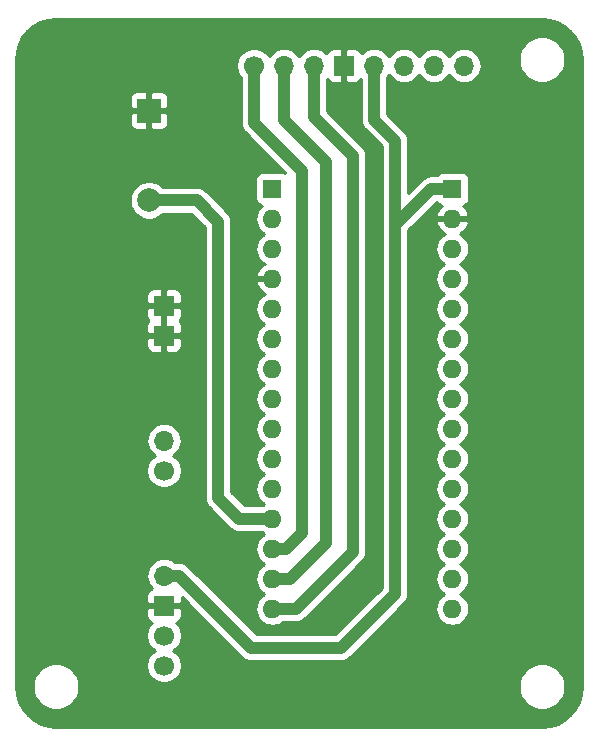
<source format=gbl>
G04 #@! TF.GenerationSoftware,KiCad,Pcbnew,(5.1.4)-1*
G04 #@! TF.CreationDate,2020-10-08T18:43:15-04:00*
G04 #@! TF.ProjectId,LapTimerBoard,4c617054-696d-4657-9242-6f6172642e6b,rev?*
G04 #@! TF.SameCoordinates,Original*
G04 #@! TF.FileFunction,Copper,L2,Bot*
G04 #@! TF.FilePolarity,Positive*
%FSLAX46Y46*%
G04 Gerber Fmt 4.6, Leading zero omitted, Abs format (unit mm)*
G04 Created by KiCad (PCBNEW (5.1.4)-1) date 2020-10-08 18:43:15*
%MOMM*%
%LPD*%
G04 APERTURE LIST*
%ADD10R,1.700000X1.700000*%
%ADD11O,1.600000X1.600000*%
%ADD12R,1.600000X1.600000*%
%ADD13O,1.700000X1.700000*%
%ADD14C,1.700000*%
%ADD15C,2.000000*%
%ADD16R,2.000000X2.000000*%
%ADD17C,1.000000*%
%ADD18C,0.254000*%
G04 APERTURE END LIST*
D10*
X110490000Y-107950000D03*
X110490000Y-110490000D03*
D11*
X134905001Y-133625001D03*
X119665001Y-133625001D03*
D12*
X134905001Y-98065001D03*
D11*
X119665001Y-131085001D03*
X134905001Y-100605001D03*
X119665001Y-128545001D03*
X134905001Y-103145001D03*
X119665001Y-126005001D03*
X134905001Y-105685001D03*
X119665001Y-123465001D03*
X134905001Y-108225001D03*
X119665001Y-120925001D03*
X134905001Y-110765001D03*
X119665001Y-118385001D03*
X134905001Y-113305001D03*
X119665001Y-115845001D03*
X134905001Y-115845001D03*
X119665001Y-113305001D03*
X134905001Y-118385001D03*
X119665001Y-110765001D03*
X134905001Y-120925001D03*
X119665001Y-108225001D03*
X134905001Y-123465001D03*
X119665001Y-105685001D03*
X134905001Y-126005001D03*
X119665001Y-103145001D03*
X134905001Y-128545001D03*
X119665001Y-100605001D03*
X134905001Y-131085001D03*
D12*
X119665001Y-98065001D03*
D13*
X135890000Y-87630000D03*
X133350000Y-87630000D03*
X130810000Y-87630000D03*
X128270000Y-87630000D03*
D10*
X125730000Y-87630000D03*
D13*
X123190000Y-87630000D03*
X120650000Y-87630000D03*
D14*
X118110000Y-87630000D03*
D13*
X110490000Y-119380000D03*
D14*
X110490000Y-121920000D03*
D13*
X110490000Y-130810000D03*
D10*
X110490000Y-133350000D03*
D14*
X110490000Y-135890000D03*
X110490000Y-138430000D03*
D15*
X109220000Y-99040000D03*
D16*
X109220000Y-91440000D03*
D17*
X123190000Y-91948000D02*
X123190000Y-87630000D01*
X126492000Y-95250000D02*
X123190000Y-91948000D01*
X126492000Y-128778000D02*
X126492000Y-95250000D01*
X119665001Y-133625001D02*
X121644999Y-133625001D01*
X121644999Y-133625001D02*
X126492000Y-128778000D01*
X111760000Y-130810000D02*
X110490000Y-130810000D01*
X133105001Y-98065001D02*
X130048000Y-101122002D01*
X130048000Y-101122002D02*
X130048000Y-132334000D01*
X134905001Y-98065001D02*
X133105001Y-98065001D01*
X130048000Y-132334000D02*
X125476000Y-136906000D01*
X125476000Y-136906000D02*
X117856000Y-136906000D01*
X117856000Y-136906000D02*
X111760000Y-130810000D01*
X130048000Y-101122002D02*
X130048000Y-93980000D01*
X128270000Y-92202000D02*
X128270000Y-87630000D01*
X130048000Y-93980000D02*
X128270000Y-92202000D01*
X121136999Y-131085001D02*
X119665001Y-131085001D01*
X124206000Y-128016000D02*
X121136999Y-131085001D01*
X124206000Y-95758000D02*
X124206000Y-128016000D01*
X120650000Y-87630000D02*
X120650000Y-92202000D01*
X120650000Y-92202000D02*
X124206000Y-95758000D01*
X118110000Y-92456000D02*
X118110000Y-87630000D01*
X122174000Y-96520000D02*
X118110000Y-92456000D01*
X122174000Y-127167372D02*
X122174000Y-96520000D01*
X119665001Y-128545001D02*
X120796371Y-128545001D01*
X120796371Y-128545001D02*
X122174000Y-127167372D01*
X113264000Y-99040000D02*
X109220000Y-99040000D01*
X115062000Y-100838000D02*
X113264000Y-99040000D01*
X115062000Y-124206000D02*
X115062000Y-100838000D01*
X119665001Y-126005001D02*
X116861001Y-126005001D01*
X116861001Y-126005001D02*
X115062000Y-124206000D01*
D18*
G36*
X143154558Y-83785933D02*
G01*
X143789960Y-83977772D01*
X144375994Y-84289373D01*
X144890347Y-84708870D01*
X145313419Y-85220275D01*
X145629104Y-85804123D01*
X145825375Y-86438170D01*
X145898000Y-87129155D01*
X145898001Y-133571572D01*
X145898000Y-133571582D01*
X145898001Y-140175712D01*
X145830067Y-140868558D01*
X145638228Y-141503958D01*
X145326630Y-142089991D01*
X144907130Y-142604347D01*
X144395725Y-143027419D01*
X143811878Y-143343103D01*
X143177830Y-143539375D01*
X142486845Y-143612000D01*
X101378278Y-143612000D01*
X100685442Y-143544067D01*
X100050042Y-143352228D01*
X99464009Y-143040630D01*
X98949653Y-142621130D01*
X98526581Y-142109725D01*
X98210897Y-141525878D01*
X98014625Y-140891830D01*
X97940017Y-140181978D01*
X97940017Y-140012495D01*
X99361000Y-140012495D01*
X99361000Y-140403505D01*
X99437282Y-140787003D01*
X99586915Y-141148250D01*
X99804149Y-141473364D01*
X100080636Y-141749851D01*
X100405750Y-141967085D01*
X100766997Y-142116718D01*
X101150495Y-142193000D01*
X101541505Y-142193000D01*
X101925003Y-142116718D01*
X102286250Y-141967085D01*
X102611364Y-141749851D01*
X102887851Y-141473364D01*
X103105085Y-141148250D01*
X103254718Y-140787003D01*
X103331000Y-140403505D01*
X103331000Y-140012495D01*
X140509000Y-140012495D01*
X140509000Y-140403505D01*
X140585282Y-140787003D01*
X140734915Y-141148250D01*
X140952149Y-141473364D01*
X141228636Y-141749851D01*
X141553750Y-141967085D01*
X141914997Y-142116718D01*
X142298495Y-142193000D01*
X142689505Y-142193000D01*
X143073003Y-142116718D01*
X143434250Y-141967085D01*
X143759364Y-141749851D01*
X144035851Y-141473364D01*
X144253085Y-141148250D01*
X144402718Y-140787003D01*
X144479000Y-140403505D01*
X144479000Y-140012495D01*
X144402718Y-139628997D01*
X144253085Y-139267750D01*
X144035851Y-138942636D01*
X143759364Y-138666149D01*
X143434250Y-138448915D01*
X143073003Y-138299282D01*
X142689505Y-138223000D01*
X142298495Y-138223000D01*
X141914997Y-138299282D01*
X141553750Y-138448915D01*
X141228636Y-138666149D01*
X140952149Y-138942636D01*
X140734915Y-139267750D01*
X140585282Y-139628997D01*
X140509000Y-140012495D01*
X103331000Y-140012495D01*
X103254718Y-139628997D01*
X103105085Y-139267750D01*
X102887851Y-138942636D01*
X102611364Y-138666149D01*
X102286250Y-138448915D01*
X101925003Y-138299282D01*
X101541505Y-138223000D01*
X101150495Y-138223000D01*
X100766997Y-138299282D01*
X100405750Y-138448915D01*
X100080636Y-138666149D01*
X99804149Y-138942636D01*
X99586915Y-139267750D01*
X99437282Y-139628997D01*
X99361000Y-140012495D01*
X97940017Y-140012495D01*
X97940017Y-134200000D01*
X109001928Y-134200000D01*
X109014188Y-134324482D01*
X109050498Y-134444180D01*
X109109463Y-134554494D01*
X109188815Y-134651185D01*
X109285506Y-134730537D01*
X109395820Y-134789502D01*
X109468380Y-134811513D01*
X109336525Y-134943368D01*
X109174010Y-135186589D01*
X109062068Y-135456842D01*
X109005000Y-135743740D01*
X109005000Y-136036260D01*
X109062068Y-136323158D01*
X109174010Y-136593411D01*
X109336525Y-136836632D01*
X109543368Y-137043475D01*
X109717760Y-137160000D01*
X109543368Y-137276525D01*
X109336525Y-137483368D01*
X109174010Y-137726589D01*
X109062068Y-137996842D01*
X109005000Y-138283740D01*
X109005000Y-138576260D01*
X109062068Y-138863158D01*
X109174010Y-139133411D01*
X109336525Y-139376632D01*
X109543368Y-139583475D01*
X109786589Y-139745990D01*
X110056842Y-139857932D01*
X110343740Y-139915000D01*
X110636260Y-139915000D01*
X110923158Y-139857932D01*
X111193411Y-139745990D01*
X111436632Y-139583475D01*
X111643475Y-139376632D01*
X111805990Y-139133411D01*
X111917932Y-138863158D01*
X111975000Y-138576260D01*
X111975000Y-138283740D01*
X111917932Y-137996842D01*
X111805990Y-137726589D01*
X111643475Y-137483368D01*
X111436632Y-137276525D01*
X111262240Y-137160000D01*
X111436632Y-137043475D01*
X111643475Y-136836632D01*
X111805990Y-136593411D01*
X111917932Y-136323158D01*
X111975000Y-136036260D01*
X111975000Y-135743740D01*
X111917932Y-135456842D01*
X111805990Y-135186589D01*
X111643475Y-134943368D01*
X111511620Y-134811513D01*
X111584180Y-134789502D01*
X111694494Y-134730537D01*
X111791185Y-134651185D01*
X111870537Y-134554494D01*
X111929502Y-134444180D01*
X111965812Y-134324482D01*
X111978072Y-134200000D01*
X111975000Y-133635750D01*
X111816250Y-133477000D01*
X110617000Y-133477000D01*
X110617000Y-133497000D01*
X110363000Y-133497000D01*
X110363000Y-133477000D01*
X109163750Y-133477000D01*
X109005000Y-133635750D01*
X109001928Y-134200000D01*
X97940017Y-134200000D01*
X97940017Y-130810000D01*
X108997815Y-130810000D01*
X109026487Y-131101111D01*
X109111401Y-131381034D01*
X109249294Y-131639014D01*
X109434866Y-131865134D01*
X109464687Y-131889607D01*
X109395820Y-131910498D01*
X109285506Y-131969463D01*
X109188815Y-132048815D01*
X109109463Y-132145506D01*
X109050498Y-132255820D01*
X109014188Y-132375518D01*
X109001928Y-132500000D01*
X109005000Y-133064250D01*
X109163750Y-133223000D01*
X110363000Y-133223000D01*
X110363000Y-133203000D01*
X110617000Y-133203000D01*
X110617000Y-133223000D01*
X111816250Y-133223000D01*
X111975000Y-133064250D01*
X111977351Y-132632482D01*
X117014009Y-137669141D01*
X117049551Y-137712449D01*
X117222376Y-137854283D01*
X117222377Y-137854284D01*
X117419553Y-137959676D01*
X117633501Y-138024577D01*
X117856000Y-138046491D01*
X117911752Y-138041000D01*
X125420249Y-138041000D01*
X125476000Y-138046491D01*
X125531751Y-138041000D01*
X125531752Y-138041000D01*
X125698499Y-138024577D01*
X125912447Y-137959676D01*
X126109623Y-137854284D01*
X126282449Y-137712449D01*
X126317996Y-137669135D01*
X130811141Y-133175991D01*
X130854449Y-133140449D01*
X130996284Y-132967623D01*
X131101676Y-132770447D01*
X131166577Y-132556499D01*
X131183000Y-132389752D01*
X131183000Y-132389743D01*
X131188490Y-132334001D01*
X131183000Y-132278259D01*
X131183000Y-103145001D01*
X133463058Y-103145001D01*
X133490765Y-103426310D01*
X133572819Y-103696809D01*
X133706069Y-103946102D01*
X133885393Y-104164609D01*
X134103900Y-104343933D01*
X134236859Y-104415001D01*
X134103900Y-104486069D01*
X133885393Y-104665393D01*
X133706069Y-104883900D01*
X133572819Y-105133193D01*
X133490765Y-105403692D01*
X133463058Y-105685001D01*
X133490765Y-105966310D01*
X133572819Y-106236809D01*
X133706069Y-106486102D01*
X133885393Y-106704609D01*
X134103900Y-106883933D01*
X134236859Y-106955001D01*
X134103900Y-107026069D01*
X133885393Y-107205393D01*
X133706069Y-107423900D01*
X133572819Y-107673193D01*
X133490765Y-107943692D01*
X133463058Y-108225001D01*
X133490765Y-108506310D01*
X133572819Y-108776809D01*
X133706069Y-109026102D01*
X133885393Y-109244609D01*
X134103900Y-109423933D01*
X134236859Y-109495001D01*
X134103900Y-109566069D01*
X133885393Y-109745393D01*
X133706069Y-109963900D01*
X133572819Y-110213193D01*
X133490765Y-110483692D01*
X133463058Y-110765001D01*
X133490765Y-111046310D01*
X133572819Y-111316809D01*
X133706069Y-111566102D01*
X133885393Y-111784609D01*
X134103900Y-111963933D01*
X134236859Y-112035001D01*
X134103900Y-112106069D01*
X133885393Y-112285393D01*
X133706069Y-112503900D01*
X133572819Y-112753193D01*
X133490765Y-113023692D01*
X133463058Y-113305001D01*
X133490765Y-113586310D01*
X133572819Y-113856809D01*
X133706069Y-114106102D01*
X133885393Y-114324609D01*
X134103900Y-114503933D01*
X134236859Y-114575001D01*
X134103900Y-114646069D01*
X133885393Y-114825393D01*
X133706069Y-115043900D01*
X133572819Y-115293193D01*
X133490765Y-115563692D01*
X133463058Y-115845001D01*
X133490765Y-116126310D01*
X133572819Y-116396809D01*
X133706069Y-116646102D01*
X133885393Y-116864609D01*
X134103900Y-117043933D01*
X134236859Y-117115001D01*
X134103900Y-117186069D01*
X133885393Y-117365393D01*
X133706069Y-117583900D01*
X133572819Y-117833193D01*
X133490765Y-118103692D01*
X133463058Y-118385001D01*
X133490765Y-118666310D01*
X133572819Y-118936809D01*
X133706069Y-119186102D01*
X133885393Y-119404609D01*
X134103900Y-119583933D01*
X134236859Y-119655001D01*
X134103900Y-119726069D01*
X133885393Y-119905393D01*
X133706069Y-120123900D01*
X133572819Y-120373193D01*
X133490765Y-120643692D01*
X133463058Y-120925001D01*
X133490765Y-121206310D01*
X133572819Y-121476809D01*
X133706069Y-121726102D01*
X133885393Y-121944609D01*
X134103900Y-122123933D01*
X134236859Y-122195001D01*
X134103900Y-122266069D01*
X133885393Y-122445393D01*
X133706069Y-122663900D01*
X133572819Y-122913193D01*
X133490765Y-123183692D01*
X133463058Y-123465001D01*
X133490765Y-123746310D01*
X133572819Y-124016809D01*
X133706069Y-124266102D01*
X133885393Y-124484609D01*
X134103900Y-124663933D01*
X134236859Y-124735001D01*
X134103900Y-124806069D01*
X133885393Y-124985393D01*
X133706069Y-125203900D01*
X133572819Y-125453193D01*
X133490765Y-125723692D01*
X133463058Y-126005001D01*
X133490765Y-126286310D01*
X133572819Y-126556809D01*
X133706069Y-126806102D01*
X133885393Y-127024609D01*
X134103900Y-127203933D01*
X134236859Y-127275001D01*
X134103900Y-127346069D01*
X133885393Y-127525393D01*
X133706069Y-127743900D01*
X133572819Y-127993193D01*
X133490765Y-128263692D01*
X133463058Y-128545001D01*
X133490765Y-128826310D01*
X133572819Y-129096809D01*
X133706069Y-129346102D01*
X133885393Y-129564609D01*
X134103900Y-129743933D01*
X134236859Y-129815001D01*
X134103900Y-129886069D01*
X133885393Y-130065393D01*
X133706069Y-130283900D01*
X133572819Y-130533193D01*
X133490765Y-130803692D01*
X133463058Y-131085001D01*
X133490765Y-131366310D01*
X133572819Y-131636809D01*
X133706069Y-131886102D01*
X133885393Y-132104609D01*
X134103900Y-132283933D01*
X134236859Y-132355001D01*
X134103900Y-132426069D01*
X133885393Y-132605393D01*
X133706069Y-132823900D01*
X133572819Y-133073193D01*
X133490765Y-133343692D01*
X133463058Y-133625001D01*
X133490765Y-133906310D01*
X133572819Y-134176809D01*
X133706069Y-134426102D01*
X133885393Y-134644609D01*
X134103900Y-134823933D01*
X134353193Y-134957183D01*
X134623692Y-135039237D01*
X134834509Y-135060001D01*
X134975493Y-135060001D01*
X135186310Y-135039237D01*
X135456809Y-134957183D01*
X135706102Y-134823933D01*
X135924609Y-134644609D01*
X136103933Y-134426102D01*
X136237183Y-134176809D01*
X136319237Y-133906310D01*
X136346944Y-133625001D01*
X136319237Y-133343692D01*
X136237183Y-133073193D01*
X136103933Y-132823900D01*
X135924609Y-132605393D01*
X135706102Y-132426069D01*
X135573143Y-132355001D01*
X135706102Y-132283933D01*
X135924609Y-132104609D01*
X136103933Y-131886102D01*
X136237183Y-131636809D01*
X136319237Y-131366310D01*
X136346944Y-131085001D01*
X136319237Y-130803692D01*
X136237183Y-130533193D01*
X136103933Y-130283900D01*
X135924609Y-130065393D01*
X135706102Y-129886069D01*
X135573143Y-129815001D01*
X135706102Y-129743933D01*
X135924609Y-129564609D01*
X136103933Y-129346102D01*
X136237183Y-129096809D01*
X136319237Y-128826310D01*
X136346944Y-128545001D01*
X136319237Y-128263692D01*
X136237183Y-127993193D01*
X136103933Y-127743900D01*
X135924609Y-127525393D01*
X135706102Y-127346069D01*
X135573143Y-127275001D01*
X135706102Y-127203933D01*
X135924609Y-127024609D01*
X136103933Y-126806102D01*
X136237183Y-126556809D01*
X136319237Y-126286310D01*
X136346944Y-126005001D01*
X136319237Y-125723692D01*
X136237183Y-125453193D01*
X136103933Y-125203900D01*
X135924609Y-124985393D01*
X135706102Y-124806069D01*
X135573143Y-124735001D01*
X135706102Y-124663933D01*
X135924609Y-124484609D01*
X136103933Y-124266102D01*
X136237183Y-124016809D01*
X136319237Y-123746310D01*
X136346944Y-123465001D01*
X136319237Y-123183692D01*
X136237183Y-122913193D01*
X136103933Y-122663900D01*
X135924609Y-122445393D01*
X135706102Y-122266069D01*
X135573143Y-122195001D01*
X135706102Y-122123933D01*
X135924609Y-121944609D01*
X136103933Y-121726102D01*
X136237183Y-121476809D01*
X136319237Y-121206310D01*
X136346944Y-120925001D01*
X136319237Y-120643692D01*
X136237183Y-120373193D01*
X136103933Y-120123900D01*
X135924609Y-119905393D01*
X135706102Y-119726069D01*
X135573143Y-119655001D01*
X135706102Y-119583933D01*
X135924609Y-119404609D01*
X136103933Y-119186102D01*
X136237183Y-118936809D01*
X136319237Y-118666310D01*
X136346944Y-118385001D01*
X136319237Y-118103692D01*
X136237183Y-117833193D01*
X136103933Y-117583900D01*
X135924609Y-117365393D01*
X135706102Y-117186069D01*
X135573143Y-117115001D01*
X135706102Y-117043933D01*
X135924609Y-116864609D01*
X136103933Y-116646102D01*
X136237183Y-116396809D01*
X136319237Y-116126310D01*
X136346944Y-115845001D01*
X136319237Y-115563692D01*
X136237183Y-115293193D01*
X136103933Y-115043900D01*
X135924609Y-114825393D01*
X135706102Y-114646069D01*
X135573143Y-114575001D01*
X135706102Y-114503933D01*
X135924609Y-114324609D01*
X136103933Y-114106102D01*
X136237183Y-113856809D01*
X136319237Y-113586310D01*
X136346944Y-113305001D01*
X136319237Y-113023692D01*
X136237183Y-112753193D01*
X136103933Y-112503900D01*
X135924609Y-112285393D01*
X135706102Y-112106069D01*
X135573143Y-112035001D01*
X135706102Y-111963933D01*
X135924609Y-111784609D01*
X136103933Y-111566102D01*
X136237183Y-111316809D01*
X136319237Y-111046310D01*
X136346944Y-110765001D01*
X136319237Y-110483692D01*
X136237183Y-110213193D01*
X136103933Y-109963900D01*
X135924609Y-109745393D01*
X135706102Y-109566069D01*
X135573143Y-109495001D01*
X135706102Y-109423933D01*
X135924609Y-109244609D01*
X136103933Y-109026102D01*
X136237183Y-108776809D01*
X136319237Y-108506310D01*
X136346944Y-108225001D01*
X136319237Y-107943692D01*
X136237183Y-107673193D01*
X136103933Y-107423900D01*
X135924609Y-107205393D01*
X135706102Y-107026069D01*
X135573143Y-106955001D01*
X135706102Y-106883933D01*
X135924609Y-106704609D01*
X136103933Y-106486102D01*
X136237183Y-106236809D01*
X136319237Y-105966310D01*
X136346944Y-105685001D01*
X136319237Y-105403692D01*
X136237183Y-105133193D01*
X136103933Y-104883900D01*
X135924609Y-104665393D01*
X135706102Y-104486069D01*
X135573143Y-104415001D01*
X135706102Y-104343933D01*
X135924609Y-104164609D01*
X136103933Y-103946102D01*
X136237183Y-103696809D01*
X136319237Y-103426310D01*
X136346944Y-103145001D01*
X136319237Y-102863692D01*
X136237183Y-102593193D01*
X136103933Y-102343900D01*
X135924609Y-102125393D01*
X135706102Y-101946069D01*
X135568319Y-101872422D01*
X135760132Y-101757386D01*
X135968520Y-101568415D01*
X136136038Y-101342421D01*
X136256247Y-101088088D01*
X136296905Y-100954040D01*
X136174916Y-100732001D01*
X135032001Y-100732001D01*
X135032001Y-100752001D01*
X134778001Y-100752001D01*
X134778001Y-100732001D01*
X133635086Y-100732001D01*
X133513097Y-100954040D01*
X133553755Y-101088088D01*
X133673964Y-101342421D01*
X133841482Y-101568415D01*
X134049870Y-101757386D01*
X134241683Y-101872422D01*
X134103900Y-101946069D01*
X133885393Y-102125393D01*
X133706069Y-102343900D01*
X133572819Y-102593193D01*
X133490765Y-102863692D01*
X133463058Y-103145001D01*
X131183000Y-103145001D01*
X131183000Y-101592133D01*
X133567907Y-99207227D01*
X133574464Y-99219495D01*
X133653816Y-99316186D01*
X133750507Y-99395538D01*
X133860821Y-99454503D01*
X133980519Y-99490813D01*
X134005081Y-99493232D01*
X133841482Y-99641587D01*
X133673964Y-99867581D01*
X133553755Y-100121914D01*
X133513097Y-100255962D01*
X133635086Y-100478001D01*
X134778001Y-100478001D01*
X134778001Y-100458001D01*
X135032001Y-100458001D01*
X135032001Y-100478001D01*
X136174916Y-100478001D01*
X136296905Y-100255962D01*
X136256247Y-100121914D01*
X136136038Y-99867581D01*
X135968520Y-99641587D01*
X135804921Y-99493232D01*
X135829483Y-99490813D01*
X135949181Y-99454503D01*
X136059495Y-99395538D01*
X136156186Y-99316186D01*
X136235538Y-99219495D01*
X136294503Y-99109181D01*
X136330813Y-98989483D01*
X136343073Y-98865001D01*
X136343073Y-97265001D01*
X136330813Y-97140519D01*
X136294503Y-97020821D01*
X136235538Y-96910507D01*
X136156186Y-96813816D01*
X136059495Y-96734464D01*
X135949181Y-96675499D01*
X135829483Y-96639189D01*
X135705001Y-96626929D01*
X134105001Y-96626929D01*
X133980519Y-96639189D01*
X133860821Y-96675499D01*
X133750507Y-96734464D01*
X133653816Y-96813816D01*
X133574464Y-96910507D01*
X133564044Y-96930001D01*
X133160742Y-96930001D01*
X133105000Y-96924511D01*
X133049258Y-96930001D01*
X133049249Y-96930001D01*
X132882502Y-96946424D01*
X132668554Y-97011325D01*
X132471378Y-97116717D01*
X132298552Y-97258552D01*
X132263010Y-97301860D01*
X131183000Y-98381870D01*
X131183000Y-94035752D01*
X131188491Y-93980000D01*
X131166577Y-93757501D01*
X131101676Y-93543553D01*
X130996284Y-93346377D01*
X130889989Y-93216856D01*
X130889987Y-93216854D01*
X130854449Y-93173551D01*
X130811146Y-93138013D01*
X129405000Y-91731869D01*
X129405000Y-88587817D01*
X129510706Y-88459014D01*
X129540000Y-88404209D01*
X129569294Y-88459014D01*
X129754866Y-88685134D01*
X129980986Y-88870706D01*
X130238966Y-89008599D01*
X130518889Y-89093513D01*
X130737050Y-89115000D01*
X130882950Y-89115000D01*
X131101111Y-89093513D01*
X131381034Y-89008599D01*
X131639014Y-88870706D01*
X131865134Y-88685134D01*
X132050706Y-88459014D01*
X132080000Y-88404209D01*
X132109294Y-88459014D01*
X132294866Y-88685134D01*
X132520986Y-88870706D01*
X132778966Y-89008599D01*
X133058889Y-89093513D01*
X133277050Y-89115000D01*
X133422950Y-89115000D01*
X133641111Y-89093513D01*
X133921034Y-89008599D01*
X134179014Y-88870706D01*
X134405134Y-88685134D01*
X134590706Y-88459014D01*
X134620000Y-88404209D01*
X134649294Y-88459014D01*
X134834866Y-88685134D01*
X135060986Y-88870706D01*
X135318966Y-89008599D01*
X135598889Y-89093513D01*
X135817050Y-89115000D01*
X135962950Y-89115000D01*
X136181111Y-89093513D01*
X136461034Y-89008599D01*
X136719014Y-88870706D01*
X136945134Y-88685134D01*
X137130706Y-88459014D01*
X137268599Y-88201034D01*
X137353513Y-87921111D01*
X137382185Y-87630000D01*
X137353513Y-87338889D01*
X137268599Y-87058966D01*
X137197792Y-86926495D01*
X140509000Y-86926495D01*
X140509000Y-87317505D01*
X140585282Y-87701003D01*
X140734915Y-88062250D01*
X140952149Y-88387364D01*
X141228636Y-88663851D01*
X141553750Y-88881085D01*
X141914997Y-89030718D01*
X142298495Y-89107000D01*
X142689505Y-89107000D01*
X143073003Y-89030718D01*
X143434250Y-88881085D01*
X143759364Y-88663851D01*
X144035851Y-88387364D01*
X144253085Y-88062250D01*
X144402718Y-87701003D01*
X144479000Y-87317505D01*
X144479000Y-86926495D01*
X144402718Y-86542997D01*
X144253085Y-86181750D01*
X144035851Y-85856636D01*
X143759364Y-85580149D01*
X143434250Y-85362915D01*
X143073003Y-85213282D01*
X142689505Y-85137000D01*
X142298495Y-85137000D01*
X141914997Y-85213282D01*
X141553750Y-85362915D01*
X141228636Y-85580149D01*
X140952149Y-85856636D01*
X140734915Y-86181750D01*
X140585282Y-86542997D01*
X140509000Y-86926495D01*
X137197792Y-86926495D01*
X137130706Y-86800986D01*
X136945134Y-86574866D01*
X136719014Y-86389294D01*
X136461034Y-86251401D01*
X136181111Y-86166487D01*
X135962950Y-86145000D01*
X135817050Y-86145000D01*
X135598889Y-86166487D01*
X135318966Y-86251401D01*
X135060986Y-86389294D01*
X134834866Y-86574866D01*
X134649294Y-86800986D01*
X134620000Y-86855791D01*
X134590706Y-86800986D01*
X134405134Y-86574866D01*
X134179014Y-86389294D01*
X133921034Y-86251401D01*
X133641111Y-86166487D01*
X133422950Y-86145000D01*
X133277050Y-86145000D01*
X133058889Y-86166487D01*
X132778966Y-86251401D01*
X132520986Y-86389294D01*
X132294866Y-86574866D01*
X132109294Y-86800986D01*
X132080000Y-86855791D01*
X132050706Y-86800986D01*
X131865134Y-86574866D01*
X131639014Y-86389294D01*
X131381034Y-86251401D01*
X131101111Y-86166487D01*
X130882950Y-86145000D01*
X130737050Y-86145000D01*
X130518889Y-86166487D01*
X130238966Y-86251401D01*
X129980986Y-86389294D01*
X129754866Y-86574866D01*
X129569294Y-86800986D01*
X129540000Y-86855791D01*
X129510706Y-86800986D01*
X129325134Y-86574866D01*
X129099014Y-86389294D01*
X128841034Y-86251401D01*
X128561111Y-86166487D01*
X128342950Y-86145000D01*
X128197050Y-86145000D01*
X127978889Y-86166487D01*
X127698966Y-86251401D01*
X127440986Y-86389294D01*
X127214866Y-86574866D01*
X127190393Y-86604687D01*
X127169502Y-86535820D01*
X127110537Y-86425506D01*
X127031185Y-86328815D01*
X126934494Y-86249463D01*
X126824180Y-86190498D01*
X126704482Y-86154188D01*
X126580000Y-86141928D01*
X126015750Y-86145000D01*
X125857000Y-86303750D01*
X125857000Y-87503000D01*
X125877000Y-87503000D01*
X125877000Y-87757000D01*
X125857000Y-87757000D01*
X125857000Y-88956250D01*
X126015750Y-89115000D01*
X126580000Y-89118072D01*
X126704482Y-89105812D01*
X126824180Y-89069502D01*
X126934494Y-89010537D01*
X127031185Y-88931185D01*
X127110537Y-88834494D01*
X127135001Y-88788726D01*
X127135000Y-92146248D01*
X127129509Y-92202000D01*
X127135000Y-92257751D01*
X127151423Y-92424498D01*
X127216324Y-92638446D01*
X127321716Y-92835623D01*
X127463551Y-93008449D01*
X127506864Y-93043995D01*
X128913001Y-94450134D01*
X128913000Y-101066250D01*
X128907509Y-101122002D01*
X128913000Y-101177753D01*
X128913001Y-131863867D01*
X125005869Y-135771000D01*
X118326132Y-135771000D01*
X112601996Y-130046865D01*
X112566449Y-130003551D01*
X112393623Y-129861716D01*
X112196447Y-129756324D01*
X111982499Y-129691423D01*
X111815752Y-129675000D01*
X111815751Y-129675000D01*
X111760000Y-129669509D01*
X111704249Y-129675000D01*
X111447817Y-129675000D01*
X111319014Y-129569294D01*
X111061034Y-129431401D01*
X110781111Y-129346487D01*
X110562950Y-129325000D01*
X110417050Y-129325000D01*
X110198889Y-129346487D01*
X109918966Y-129431401D01*
X109660986Y-129569294D01*
X109434866Y-129754866D01*
X109249294Y-129980986D01*
X109111401Y-130238966D01*
X109026487Y-130518889D01*
X108997815Y-130810000D01*
X97940017Y-130810000D01*
X97940017Y-119380000D01*
X108997815Y-119380000D01*
X109026487Y-119671111D01*
X109111401Y-119951034D01*
X109249294Y-120209014D01*
X109434866Y-120435134D01*
X109660986Y-120620706D01*
X109716885Y-120650585D01*
X109543368Y-120766525D01*
X109336525Y-120973368D01*
X109174010Y-121216589D01*
X109062068Y-121486842D01*
X109005000Y-121773740D01*
X109005000Y-122066260D01*
X109062068Y-122353158D01*
X109174010Y-122623411D01*
X109336525Y-122866632D01*
X109543368Y-123073475D01*
X109786589Y-123235990D01*
X110056842Y-123347932D01*
X110343740Y-123405000D01*
X110636260Y-123405000D01*
X110923158Y-123347932D01*
X111193411Y-123235990D01*
X111436632Y-123073475D01*
X111643475Y-122866632D01*
X111805990Y-122623411D01*
X111917932Y-122353158D01*
X111975000Y-122066260D01*
X111975000Y-121773740D01*
X111917932Y-121486842D01*
X111805990Y-121216589D01*
X111643475Y-120973368D01*
X111436632Y-120766525D01*
X111263115Y-120650585D01*
X111319014Y-120620706D01*
X111545134Y-120435134D01*
X111730706Y-120209014D01*
X111868599Y-119951034D01*
X111953513Y-119671111D01*
X111982185Y-119380000D01*
X111953513Y-119088889D01*
X111868599Y-118808966D01*
X111730706Y-118550986D01*
X111545134Y-118324866D01*
X111319014Y-118139294D01*
X111061034Y-118001401D01*
X110781111Y-117916487D01*
X110562950Y-117895000D01*
X110417050Y-117895000D01*
X110198889Y-117916487D01*
X109918966Y-118001401D01*
X109660986Y-118139294D01*
X109434866Y-118324866D01*
X109249294Y-118550986D01*
X109111401Y-118808966D01*
X109026487Y-119088889D01*
X108997815Y-119380000D01*
X97940017Y-119380000D01*
X97940017Y-111340000D01*
X109001928Y-111340000D01*
X109014188Y-111464482D01*
X109050498Y-111584180D01*
X109109463Y-111694494D01*
X109188815Y-111791185D01*
X109285506Y-111870537D01*
X109395820Y-111929502D01*
X109515518Y-111965812D01*
X109640000Y-111978072D01*
X110204250Y-111975000D01*
X110363000Y-111816250D01*
X110363000Y-110617000D01*
X110617000Y-110617000D01*
X110617000Y-111816250D01*
X110775750Y-111975000D01*
X111340000Y-111978072D01*
X111464482Y-111965812D01*
X111584180Y-111929502D01*
X111694494Y-111870537D01*
X111791185Y-111791185D01*
X111870537Y-111694494D01*
X111929502Y-111584180D01*
X111965812Y-111464482D01*
X111978072Y-111340000D01*
X111975000Y-110775750D01*
X111816250Y-110617000D01*
X110617000Y-110617000D01*
X110363000Y-110617000D01*
X109163750Y-110617000D01*
X109005000Y-110775750D01*
X109001928Y-111340000D01*
X97940017Y-111340000D01*
X97940017Y-108800000D01*
X109001928Y-108800000D01*
X109014188Y-108924482D01*
X109050498Y-109044180D01*
X109109463Y-109154494D01*
X109163222Y-109220000D01*
X109109463Y-109285506D01*
X109050498Y-109395820D01*
X109014188Y-109515518D01*
X109001928Y-109640000D01*
X109005000Y-110204250D01*
X109163750Y-110363000D01*
X110363000Y-110363000D01*
X110363000Y-108077000D01*
X110617000Y-108077000D01*
X110617000Y-110363000D01*
X111816250Y-110363000D01*
X111975000Y-110204250D01*
X111978072Y-109640000D01*
X111965812Y-109515518D01*
X111929502Y-109395820D01*
X111870537Y-109285506D01*
X111816778Y-109220000D01*
X111870537Y-109154494D01*
X111929502Y-109044180D01*
X111965812Y-108924482D01*
X111978072Y-108800000D01*
X111975000Y-108235750D01*
X111816250Y-108077000D01*
X110617000Y-108077000D01*
X110363000Y-108077000D01*
X109163750Y-108077000D01*
X109005000Y-108235750D01*
X109001928Y-108800000D01*
X97940017Y-108800000D01*
X97940017Y-107100000D01*
X109001928Y-107100000D01*
X109005000Y-107664250D01*
X109163750Y-107823000D01*
X110363000Y-107823000D01*
X110363000Y-106623750D01*
X110617000Y-106623750D01*
X110617000Y-107823000D01*
X111816250Y-107823000D01*
X111975000Y-107664250D01*
X111978072Y-107100000D01*
X111965812Y-106975518D01*
X111929502Y-106855820D01*
X111870537Y-106745506D01*
X111791185Y-106648815D01*
X111694494Y-106569463D01*
X111584180Y-106510498D01*
X111464482Y-106474188D01*
X111340000Y-106461928D01*
X110775750Y-106465000D01*
X110617000Y-106623750D01*
X110363000Y-106623750D01*
X110204250Y-106465000D01*
X109640000Y-106461928D01*
X109515518Y-106474188D01*
X109395820Y-106510498D01*
X109285506Y-106569463D01*
X109188815Y-106648815D01*
X109109463Y-106745506D01*
X109050498Y-106855820D01*
X109014188Y-106975518D01*
X109001928Y-107100000D01*
X97940017Y-107100000D01*
X97940017Y-98878967D01*
X107585000Y-98878967D01*
X107585000Y-99201033D01*
X107647832Y-99516912D01*
X107771082Y-99814463D01*
X107950013Y-100082252D01*
X108177748Y-100309987D01*
X108445537Y-100488918D01*
X108743088Y-100612168D01*
X109058967Y-100675000D01*
X109381033Y-100675000D01*
X109696912Y-100612168D01*
X109994463Y-100488918D01*
X110262252Y-100309987D01*
X110397239Y-100175000D01*
X112793869Y-100175000D01*
X113927001Y-101308133D01*
X113927000Y-124150249D01*
X113921509Y-124206000D01*
X113943423Y-124428498D01*
X114008324Y-124642446D01*
X114113716Y-124839623D01*
X114255551Y-125012449D01*
X114298864Y-125047995D01*
X116019014Y-126768147D01*
X116054552Y-126811450D01*
X116097855Y-126846988D01*
X116097857Y-126846990D01*
X116126647Y-126870617D01*
X116227378Y-126953285D01*
X116424554Y-127058677D01*
X116638502Y-127123578D01*
X116711474Y-127130765D01*
X116861001Y-127145492D01*
X116916753Y-127140001D01*
X118785999Y-127140001D01*
X118863900Y-127203933D01*
X118996859Y-127275001D01*
X118863900Y-127346069D01*
X118645393Y-127525393D01*
X118466069Y-127743900D01*
X118332819Y-127993193D01*
X118250765Y-128263692D01*
X118223058Y-128545001D01*
X118250765Y-128826310D01*
X118332819Y-129096809D01*
X118466069Y-129346102D01*
X118645393Y-129564609D01*
X118863900Y-129743933D01*
X118996859Y-129815001D01*
X118863900Y-129886069D01*
X118645393Y-130065393D01*
X118466069Y-130283900D01*
X118332819Y-130533193D01*
X118250765Y-130803692D01*
X118223058Y-131085001D01*
X118250765Y-131366310D01*
X118332819Y-131636809D01*
X118466069Y-131886102D01*
X118645393Y-132104609D01*
X118863900Y-132283933D01*
X118996859Y-132355001D01*
X118863900Y-132426069D01*
X118645393Y-132605393D01*
X118466069Y-132823900D01*
X118332819Y-133073193D01*
X118250765Y-133343692D01*
X118223058Y-133625001D01*
X118250765Y-133906310D01*
X118332819Y-134176809D01*
X118466069Y-134426102D01*
X118645393Y-134644609D01*
X118863900Y-134823933D01*
X119113193Y-134957183D01*
X119383692Y-135039237D01*
X119594509Y-135060001D01*
X119735493Y-135060001D01*
X119946310Y-135039237D01*
X120216809Y-134957183D01*
X120466102Y-134823933D01*
X120544003Y-134760001D01*
X121589248Y-134760001D01*
X121644999Y-134765492D01*
X121700750Y-134760001D01*
X121700751Y-134760001D01*
X121867498Y-134743578D01*
X122081446Y-134678677D01*
X122278622Y-134573285D01*
X122451448Y-134431450D01*
X122486995Y-134388136D01*
X127255146Y-129619987D01*
X127298449Y-129584449D01*
X127373267Y-129493284D01*
X127440284Y-129411623D01*
X127545676Y-129214447D01*
X127610577Y-129000499D01*
X127632491Y-128778000D01*
X127627000Y-128722248D01*
X127627000Y-95305743D01*
X127632490Y-95249999D01*
X127627000Y-95194255D01*
X127627000Y-95194248D01*
X127610577Y-95027501D01*
X127545676Y-94813553D01*
X127440284Y-94616377D01*
X127298449Y-94443551D01*
X127255141Y-94408009D01*
X124325000Y-91477869D01*
X124325000Y-88788728D01*
X124349463Y-88834494D01*
X124428815Y-88931185D01*
X124525506Y-89010537D01*
X124635820Y-89069502D01*
X124755518Y-89105812D01*
X124880000Y-89118072D01*
X125444250Y-89115000D01*
X125603000Y-88956250D01*
X125603000Y-87757000D01*
X125583000Y-87757000D01*
X125583000Y-87503000D01*
X125603000Y-87503000D01*
X125603000Y-86303750D01*
X125444250Y-86145000D01*
X124880000Y-86141928D01*
X124755518Y-86154188D01*
X124635820Y-86190498D01*
X124525506Y-86249463D01*
X124428815Y-86328815D01*
X124349463Y-86425506D01*
X124290498Y-86535820D01*
X124269607Y-86604687D01*
X124245134Y-86574866D01*
X124019014Y-86389294D01*
X123761034Y-86251401D01*
X123481111Y-86166487D01*
X123262950Y-86145000D01*
X123117050Y-86145000D01*
X122898889Y-86166487D01*
X122618966Y-86251401D01*
X122360986Y-86389294D01*
X122134866Y-86574866D01*
X121949294Y-86800986D01*
X121920000Y-86855791D01*
X121890706Y-86800986D01*
X121705134Y-86574866D01*
X121479014Y-86389294D01*
X121221034Y-86251401D01*
X120941111Y-86166487D01*
X120722950Y-86145000D01*
X120577050Y-86145000D01*
X120358889Y-86166487D01*
X120078966Y-86251401D01*
X119820986Y-86389294D01*
X119594866Y-86574866D01*
X119409294Y-86800986D01*
X119379415Y-86856885D01*
X119263475Y-86683368D01*
X119056632Y-86476525D01*
X118813411Y-86314010D01*
X118543158Y-86202068D01*
X118256260Y-86145000D01*
X117963740Y-86145000D01*
X117676842Y-86202068D01*
X117406589Y-86314010D01*
X117163368Y-86476525D01*
X116956525Y-86683368D01*
X116794010Y-86926589D01*
X116682068Y-87196842D01*
X116625000Y-87483740D01*
X116625000Y-87776260D01*
X116682068Y-88063158D01*
X116794010Y-88333411D01*
X116956525Y-88576632D01*
X116975001Y-88595108D01*
X116975000Y-92400248D01*
X116969509Y-92456000D01*
X116981882Y-92581622D01*
X116991423Y-92678498D01*
X117056324Y-92892446D01*
X117161716Y-93089623D01*
X117303551Y-93262449D01*
X117346865Y-93297996D01*
X120741806Y-96692938D01*
X120709181Y-96675499D01*
X120589483Y-96639189D01*
X120465001Y-96626929D01*
X118865001Y-96626929D01*
X118740519Y-96639189D01*
X118620821Y-96675499D01*
X118510507Y-96734464D01*
X118413816Y-96813816D01*
X118334464Y-96910507D01*
X118275499Y-97020821D01*
X118239189Y-97140519D01*
X118226929Y-97265001D01*
X118226929Y-98865001D01*
X118239189Y-98989483D01*
X118275499Y-99109181D01*
X118334464Y-99219495D01*
X118413816Y-99316186D01*
X118510507Y-99395538D01*
X118620821Y-99454503D01*
X118740519Y-99490813D01*
X118758483Y-99492582D01*
X118645393Y-99585393D01*
X118466069Y-99803900D01*
X118332819Y-100053193D01*
X118250765Y-100323692D01*
X118223058Y-100605001D01*
X118250765Y-100886310D01*
X118332819Y-101156809D01*
X118466069Y-101406102D01*
X118645393Y-101624609D01*
X118863900Y-101803933D01*
X118996859Y-101875001D01*
X118863900Y-101946069D01*
X118645393Y-102125393D01*
X118466069Y-102343900D01*
X118332819Y-102593193D01*
X118250765Y-102863692D01*
X118223058Y-103145001D01*
X118250765Y-103426310D01*
X118332819Y-103696809D01*
X118466069Y-103946102D01*
X118645393Y-104164609D01*
X118863900Y-104343933D01*
X119001683Y-104417580D01*
X118809870Y-104532616D01*
X118601482Y-104721587D01*
X118433964Y-104947581D01*
X118313755Y-105201914D01*
X118273097Y-105335962D01*
X118395086Y-105558001D01*
X119538001Y-105558001D01*
X119538001Y-105538001D01*
X119792001Y-105538001D01*
X119792001Y-105558001D01*
X119812001Y-105558001D01*
X119812001Y-105812001D01*
X119792001Y-105812001D01*
X119792001Y-105832001D01*
X119538001Y-105832001D01*
X119538001Y-105812001D01*
X118395086Y-105812001D01*
X118273097Y-106034040D01*
X118313755Y-106168088D01*
X118433964Y-106422421D01*
X118601482Y-106648415D01*
X118809870Y-106837386D01*
X119001683Y-106952422D01*
X118863900Y-107026069D01*
X118645393Y-107205393D01*
X118466069Y-107423900D01*
X118332819Y-107673193D01*
X118250765Y-107943692D01*
X118223058Y-108225001D01*
X118250765Y-108506310D01*
X118332819Y-108776809D01*
X118466069Y-109026102D01*
X118645393Y-109244609D01*
X118863900Y-109423933D01*
X118996859Y-109495001D01*
X118863900Y-109566069D01*
X118645393Y-109745393D01*
X118466069Y-109963900D01*
X118332819Y-110213193D01*
X118250765Y-110483692D01*
X118223058Y-110765001D01*
X118250765Y-111046310D01*
X118332819Y-111316809D01*
X118466069Y-111566102D01*
X118645393Y-111784609D01*
X118863900Y-111963933D01*
X118996859Y-112035001D01*
X118863900Y-112106069D01*
X118645393Y-112285393D01*
X118466069Y-112503900D01*
X118332819Y-112753193D01*
X118250765Y-113023692D01*
X118223058Y-113305001D01*
X118250765Y-113586310D01*
X118332819Y-113856809D01*
X118466069Y-114106102D01*
X118645393Y-114324609D01*
X118863900Y-114503933D01*
X118996859Y-114575001D01*
X118863900Y-114646069D01*
X118645393Y-114825393D01*
X118466069Y-115043900D01*
X118332819Y-115293193D01*
X118250765Y-115563692D01*
X118223058Y-115845001D01*
X118250765Y-116126310D01*
X118332819Y-116396809D01*
X118466069Y-116646102D01*
X118645393Y-116864609D01*
X118863900Y-117043933D01*
X118996859Y-117115001D01*
X118863900Y-117186069D01*
X118645393Y-117365393D01*
X118466069Y-117583900D01*
X118332819Y-117833193D01*
X118250765Y-118103692D01*
X118223058Y-118385001D01*
X118250765Y-118666310D01*
X118332819Y-118936809D01*
X118466069Y-119186102D01*
X118645393Y-119404609D01*
X118863900Y-119583933D01*
X118996859Y-119655001D01*
X118863900Y-119726069D01*
X118645393Y-119905393D01*
X118466069Y-120123900D01*
X118332819Y-120373193D01*
X118250765Y-120643692D01*
X118223058Y-120925001D01*
X118250765Y-121206310D01*
X118332819Y-121476809D01*
X118466069Y-121726102D01*
X118645393Y-121944609D01*
X118863900Y-122123933D01*
X118996859Y-122195001D01*
X118863900Y-122266069D01*
X118645393Y-122445393D01*
X118466069Y-122663900D01*
X118332819Y-122913193D01*
X118250765Y-123183692D01*
X118223058Y-123465001D01*
X118250765Y-123746310D01*
X118332819Y-124016809D01*
X118466069Y-124266102D01*
X118645393Y-124484609D01*
X118863900Y-124663933D01*
X118996859Y-124735001D01*
X118863900Y-124806069D01*
X118785999Y-124870001D01*
X117331134Y-124870001D01*
X116197000Y-123735869D01*
X116197000Y-100893751D01*
X116202491Y-100838000D01*
X116180577Y-100615501D01*
X116115676Y-100401553D01*
X116092856Y-100358859D01*
X116010284Y-100204377D01*
X115868449Y-100031551D01*
X115825140Y-99996009D01*
X114105996Y-98276865D01*
X114070449Y-98233551D01*
X113897623Y-98091716D01*
X113700447Y-97986324D01*
X113486499Y-97921423D01*
X113319752Y-97905000D01*
X113319751Y-97905000D01*
X113264000Y-97899509D01*
X113208249Y-97905000D01*
X110397239Y-97905000D01*
X110262252Y-97770013D01*
X109994463Y-97591082D01*
X109696912Y-97467832D01*
X109381033Y-97405000D01*
X109058967Y-97405000D01*
X108743088Y-97467832D01*
X108445537Y-97591082D01*
X108177748Y-97770013D01*
X107950013Y-97997748D01*
X107771082Y-98265537D01*
X107647832Y-98563088D01*
X107585000Y-98878967D01*
X97940017Y-98878967D01*
X97940017Y-92440000D01*
X107581928Y-92440000D01*
X107594188Y-92564482D01*
X107630498Y-92684180D01*
X107689463Y-92794494D01*
X107768815Y-92891185D01*
X107865506Y-92970537D01*
X107975820Y-93029502D01*
X108095518Y-93065812D01*
X108220000Y-93078072D01*
X108934250Y-93075000D01*
X109093000Y-92916250D01*
X109093000Y-91567000D01*
X109347000Y-91567000D01*
X109347000Y-92916250D01*
X109505750Y-93075000D01*
X110220000Y-93078072D01*
X110344482Y-93065812D01*
X110464180Y-93029502D01*
X110574494Y-92970537D01*
X110671185Y-92891185D01*
X110750537Y-92794494D01*
X110809502Y-92684180D01*
X110845812Y-92564482D01*
X110858072Y-92440000D01*
X110855000Y-91725750D01*
X110696250Y-91567000D01*
X109347000Y-91567000D01*
X109093000Y-91567000D01*
X107743750Y-91567000D01*
X107585000Y-91725750D01*
X107581928Y-92440000D01*
X97940017Y-92440000D01*
X97940017Y-90440000D01*
X107581928Y-90440000D01*
X107585000Y-91154250D01*
X107743750Y-91313000D01*
X109093000Y-91313000D01*
X109093000Y-89963750D01*
X109347000Y-89963750D01*
X109347000Y-91313000D01*
X110696250Y-91313000D01*
X110855000Y-91154250D01*
X110858072Y-90440000D01*
X110845812Y-90315518D01*
X110809502Y-90195820D01*
X110750537Y-90085506D01*
X110671185Y-89988815D01*
X110574494Y-89909463D01*
X110464180Y-89850498D01*
X110344482Y-89814188D01*
X110220000Y-89801928D01*
X109505750Y-89805000D01*
X109347000Y-89963750D01*
X109093000Y-89963750D01*
X108934250Y-89805000D01*
X108220000Y-89801928D01*
X108095518Y-89814188D01*
X107975820Y-89850498D01*
X107865506Y-89909463D01*
X107768815Y-89988815D01*
X107689463Y-90085506D01*
X107630498Y-90195820D01*
X107594188Y-90315518D01*
X107581928Y-90440000D01*
X97940017Y-90440000D01*
X97940017Y-87154279D01*
X98007988Y-86461057D01*
X98199938Y-85825287D01*
X98511720Y-85238908D01*
X98931459Y-84724258D01*
X99443170Y-84300935D01*
X100027354Y-83985068D01*
X100661772Y-83788683D01*
X101334274Y-83718000D01*
X142461721Y-83718000D01*
X143154558Y-83785933D01*
X143154558Y-83785933D01*
G37*
X143154558Y-83785933D02*
X143789960Y-83977772D01*
X144375994Y-84289373D01*
X144890347Y-84708870D01*
X145313419Y-85220275D01*
X145629104Y-85804123D01*
X145825375Y-86438170D01*
X145898000Y-87129155D01*
X145898001Y-133571572D01*
X145898000Y-133571582D01*
X145898001Y-140175712D01*
X145830067Y-140868558D01*
X145638228Y-141503958D01*
X145326630Y-142089991D01*
X144907130Y-142604347D01*
X144395725Y-143027419D01*
X143811878Y-143343103D01*
X143177830Y-143539375D01*
X142486845Y-143612000D01*
X101378278Y-143612000D01*
X100685442Y-143544067D01*
X100050042Y-143352228D01*
X99464009Y-143040630D01*
X98949653Y-142621130D01*
X98526581Y-142109725D01*
X98210897Y-141525878D01*
X98014625Y-140891830D01*
X97940017Y-140181978D01*
X97940017Y-140012495D01*
X99361000Y-140012495D01*
X99361000Y-140403505D01*
X99437282Y-140787003D01*
X99586915Y-141148250D01*
X99804149Y-141473364D01*
X100080636Y-141749851D01*
X100405750Y-141967085D01*
X100766997Y-142116718D01*
X101150495Y-142193000D01*
X101541505Y-142193000D01*
X101925003Y-142116718D01*
X102286250Y-141967085D01*
X102611364Y-141749851D01*
X102887851Y-141473364D01*
X103105085Y-141148250D01*
X103254718Y-140787003D01*
X103331000Y-140403505D01*
X103331000Y-140012495D01*
X140509000Y-140012495D01*
X140509000Y-140403505D01*
X140585282Y-140787003D01*
X140734915Y-141148250D01*
X140952149Y-141473364D01*
X141228636Y-141749851D01*
X141553750Y-141967085D01*
X141914997Y-142116718D01*
X142298495Y-142193000D01*
X142689505Y-142193000D01*
X143073003Y-142116718D01*
X143434250Y-141967085D01*
X143759364Y-141749851D01*
X144035851Y-141473364D01*
X144253085Y-141148250D01*
X144402718Y-140787003D01*
X144479000Y-140403505D01*
X144479000Y-140012495D01*
X144402718Y-139628997D01*
X144253085Y-139267750D01*
X144035851Y-138942636D01*
X143759364Y-138666149D01*
X143434250Y-138448915D01*
X143073003Y-138299282D01*
X142689505Y-138223000D01*
X142298495Y-138223000D01*
X141914997Y-138299282D01*
X141553750Y-138448915D01*
X141228636Y-138666149D01*
X140952149Y-138942636D01*
X140734915Y-139267750D01*
X140585282Y-139628997D01*
X140509000Y-140012495D01*
X103331000Y-140012495D01*
X103254718Y-139628997D01*
X103105085Y-139267750D01*
X102887851Y-138942636D01*
X102611364Y-138666149D01*
X102286250Y-138448915D01*
X101925003Y-138299282D01*
X101541505Y-138223000D01*
X101150495Y-138223000D01*
X100766997Y-138299282D01*
X100405750Y-138448915D01*
X100080636Y-138666149D01*
X99804149Y-138942636D01*
X99586915Y-139267750D01*
X99437282Y-139628997D01*
X99361000Y-140012495D01*
X97940017Y-140012495D01*
X97940017Y-134200000D01*
X109001928Y-134200000D01*
X109014188Y-134324482D01*
X109050498Y-134444180D01*
X109109463Y-134554494D01*
X109188815Y-134651185D01*
X109285506Y-134730537D01*
X109395820Y-134789502D01*
X109468380Y-134811513D01*
X109336525Y-134943368D01*
X109174010Y-135186589D01*
X109062068Y-135456842D01*
X109005000Y-135743740D01*
X109005000Y-136036260D01*
X109062068Y-136323158D01*
X109174010Y-136593411D01*
X109336525Y-136836632D01*
X109543368Y-137043475D01*
X109717760Y-137160000D01*
X109543368Y-137276525D01*
X109336525Y-137483368D01*
X109174010Y-137726589D01*
X109062068Y-137996842D01*
X109005000Y-138283740D01*
X109005000Y-138576260D01*
X109062068Y-138863158D01*
X109174010Y-139133411D01*
X109336525Y-139376632D01*
X109543368Y-139583475D01*
X109786589Y-139745990D01*
X110056842Y-139857932D01*
X110343740Y-139915000D01*
X110636260Y-139915000D01*
X110923158Y-139857932D01*
X111193411Y-139745990D01*
X111436632Y-139583475D01*
X111643475Y-139376632D01*
X111805990Y-139133411D01*
X111917932Y-138863158D01*
X111975000Y-138576260D01*
X111975000Y-138283740D01*
X111917932Y-137996842D01*
X111805990Y-137726589D01*
X111643475Y-137483368D01*
X111436632Y-137276525D01*
X111262240Y-137160000D01*
X111436632Y-137043475D01*
X111643475Y-136836632D01*
X111805990Y-136593411D01*
X111917932Y-136323158D01*
X111975000Y-136036260D01*
X111975000Y-135743740D01*
X111917932Y-135456842D01*
X111805990Y-135186589D01*
X111643475Y-134943368D01*
X111511620Y-134811513D01*
X111584180Y-134789502D01*
X111694494Y-134730537D01*
X111791185Y-134651185D01*
X111870537Y-134554494D01*
X111929502Y-134444180D01*
X111965812Y-134324482D01*
X111978072Y-134200000D01*
X111975000Y-133635750D01*
X111816250Y-133477000D01*
X110617000Y-133477000D01*
X110617000Y-133497000D01*
X110363000Y-133497000D01*
X110363000Y-133477000D01*
X109163750Y-133477000D01*
X109005000Y-133635750D01*
X109001928Y-134200000D01*
X97940017Y-134200000D01*
X97940017Y-130810000D01*
X108997815Y-130810000D01*
X109026487Y-131101111D01*
X109111401Y-131381034D01*
X109249294Y-131639014D01*
X109434866Y-131865134D01*
X109464687Y-131889607D01*
X109395820Y-131910498D01*
X109285506Y-131969463D01*
X109188815Y-132048815D01*
X109109463Y-132145506D01*
X109050498Y-132255820D01*
X109014188Y-132375518D01*
X109001928Y-132500000D01*
X109005000Y-133064250D01*
X109163750Y-133223000D01*
X110363000Y-133223000D01*
X110363000Y-133203000D01*
X110617000Y-133203000D01*
X110617000Y-133223000D01*
X111816250Y-133223000D01*
X111975000Y-133064250D01*
X111977351Y-132632482D01*
X117014009Y-137669141D01*
X117049551Y-137712449D01*
X117222376Y-137854283D01*
X117222377Y-137854284D01*
X117419553Y-137959676D01*
X117633501Y-138024577D01*
X117856000Y-138046491D01*
X117911752Y-138041000D01*
X125420249Y-138041000D01*
X125476000Y-138046491D01*
X125531751Y-138041000D01*
X125531752Y-138041000D01*
X125698499Y-138024577D01*
X125912447Y-137959676D01*
X126109623Y-137854284D01*
X126282449Y-137712449D01*
X126317996Y-137669135D01*
X130811141Y-133175991D01*
X130854449Y-133140449D01*
X130996284Y-132967623D01*
X131101676Y-132770447D01*
X131166577Y-132556499D01*
X131183000Y-132389752D01*
X131183000Y-132389743D01*
X131188490Y-132334001D01*
X131183000Y-132278259D01*
X131183000Y-103145001D01*
X133463058Y-103145001D01*
X133490765Y-103426310D01*
X133572819Y-103696809D01*
X133706069Y-103946102D01*
X133885393Y-104164609D01*
X134103900Y-104343933D01*
X134236859Y-104415001D01*
X134103900Y-104486069D01*
X133885393Y-104665393D01*
X133706069Y-104883900D01*
X133572819Y-105133193D01*
X133490765Y-105403692D01*
X133463058Y-105685001D01*
X133490765Y-105966310D01*
X133572819Y-106236809D01*
X133706069Y-106486102D01*
X133885393Y-106704609D01*
X134103900Y-106883933D01*
X134236859Y-106955001D01*
X134103900Y-107026069D01*
X133885393Y-107205393D01*
X133706069Y-107423900D01*
X133572819Y-107673193D01*
X133490765Y-107943692D01*
X133463058Y-108225001D01*
X133490765Y-108506310D01*
X133572819Y-108776809D01*
X133706069Y-109026102D01*
X133885393Y-109244609D01*
X134103900Y-109423933D01*
X134236859Y-109495001D01*
X134103900Y-109566069D01*
X133885393Y-109745393D01*
X133706069Y-109963900D01*
X133572819Y-110213193D01*
X133490765Y-110483692D01*
X133463058Y-110765001D01*
X133490765Y-111046310D01*
X133572819Y-111316809D01*
X133706069Y-111566102D01*
X133885393Y-111784609D01*
X134103900Y-111963933D01*
X134236859Y-112035001D01*
X134103900Y-112106069D01*
X133885393Y-112285393D01*
X133706069Y-112503900D01*
X133572819Y-112753193D01*
X133490765Y-113023692D01*
X133463058Y-113305001D01*
X133490765Y-113586310D01*
X133572819Y-113856809D01*
X133706069Y-114106102D01*
X133885393Y-114324609D01*
X134103900Y-114503933D01*
X134236859Y-114575001D01*
X134103900Y-114646069D01*
X133885393Y-114825393D01*
X133706069Y-115043900D01*
X133572819Y-115293193D01*
X133490765Y-115563692D01*
X133463058Y-115845001D01*
X133490765Y-116126310D01*
X133572819Y-116396809D01*
X133706069Y-116646102D01*
X133885393Y-116864609D01*
X134103900Y-117043933D01*
X134236859Y-117115001D01*
X134103900Y-117186069D01*
X133885393Y-117365393D01*
X133706069Y-117583900D01*
X133572819Y-117833193D01*
X133490765Y-118103692D01*
X133463058Y-118385001D01*
X133490765Y-118666310D01*
X133572819Y-118936809D01*
X133706069Y-119186102D01*
X133885393Y-119404609D01*
X134103900Y-119583933D01*
X134236859Y-119655001D01*
X134103900Y-119726069D01*
X133885393Y-119905393D01*
X133706069Y-120123900D01*
X133572819Y-120373193D01*
X133490765Y-120643692D01*
X133463058Y-120925001D01*
X133490765Y-121206310D01*
X133572819Y-121476809D01*
X133706069Y-121726102D01*
X133885393Y-121944609D01*
X134103900Y-122123933D01*
X134236859Y-122195001D01*
X134103900Y-122266069D01*
X133885393Y-122445393D01*
X133706069Y-122663900D01*
X133572819Y-122913193D01*
X133490765Y-123183692D01*
X133463058Y-123465001D01*
X133490765Y-123746310D01*
X133572819Y-124016809D01*
X133706069Y-124266102D01*
X133885393Y-124484609D01*
X134103900Y-124663933D01*
X134236859Y-124735001D01*
X134103900Y-124806069D01*
X133885393Y-124985393D01*
X133706069Y-125203900D01*
X133572819Y-125453193D01*
X133490765Y-125723692D01*
X133463058Y-126005001D01*
X133490765Y-126286310D01*
X133572819Y-126556809D01*
X133706069Y-126806102D01*
X133885393Y-127024609D01*
X134103900Y-127203933D01*
X134236859Y-127275001D01*
X134103900Y-127346069D01*
X133885393Y-127525393D01*
X133706069Y-127743900D01*
X133572819Y-127993193D01*
X133490765Y-128263692D01*
X133463058Y-128545001D01*
X133490765Y-128826310D01*
X133572819Y-129096809D01*
X133706069Y-129346102D01*
X133885393Y-129564609D01*
X134103900Y-129743933D01*
X134236859Y-129815001D01*
X134103900Y-129886069D01*
X133885393Y-130065393D01*
X133706069Y-130283900D01*
X133572819Y-130533193D01*
X133490765Y-130803692D01*
X133463058Y-131085001D01*
X133490765Y-131366310D01*
X133572819Y-131636809D01*
X133706069Y-131886102D01*
X133885393Y-132104609D01*
X134103900Y-132283933D01*
X134236859Y-132355001D01*
X134103900Y-132426069D01*
X133885393Y-132605393D01*
X133706069Y-132823900D01*
X133572819Y-133073193D01*
X133490765Y-133343692D01*
X133463058Y-133625001D01*
X133490765Y-133906310D01*
X133572819Y-134176809D01*
X133706069Y-134426102D01*
X133885393Y-134644609D01*
X134103900Y-134823933D01*
X134353193Y-134957183D01*
X134623692Y-135039237D01*
X134834509Y-135060001D01*
X134975493Y-135060001D01*
X135186310Y-135039237D01*
X135456809Y-134957183D01*
X135706102Y-134823933D01*
X135924609Y-134644609D01*
X136103933Y-134426102D01*
X136237183Y-134176809D01*
X136319237Y-133906310D01*
X136346944Y-133625001D01*
X136319237Y-133343692D01*
X136237183Y-133073193D01*
X136103933Y-132823900D01*
X135924609Y-132605393D01*
X135706102Y-132426069D01*
X135573143Y-132355001D01*
X135706102Y-132283933D01*
X135924609Y-132104609D01*
X136103933Y-131886102D01*
X136237183Y-131636809D01*
X136319237Y-131366310D01*
X136346944Y-131085001D01*
X136319237Y-130803692D01*
X136237183Y-130533193D01*
X136103933Y-130283900D01*
X135924609Y-130065393D01*
X135706102Y-129886069D01*
X135573143Y-129815001D01*
X135706102Y-129743933D01*
X135924609Y-129564609D01*
X136103933Y-129346102D01*
X136237183Y-129096809D01*
X136319237Y-128826310D01*
X136346944Y-128545001D01*
X136319237Y-128263692D01*
X136237183Y-127993193D01*
X136103933Y-127743900D01*
X135924609Y-127525393D01*
X135706102Y-127346069D01*
X135573143Y-127275001D01*
X135706102Y-127203933D01*
X135924609Y-127024609D01*
X136103933Y-126806102D01*
X136237183Y-126556809D01*
X136319237Y-126286310D01*
X136346944Y-126005001D01*
X136319237Y-125723692D01*
X136237183Y-125453193D01*
X136103933Y-125203900D01*
X135924609Y-124985393D01*
X135706102Y-124806069D01*
X135573143Y-124735001D01*
X135706102Y-124663933D01*
X135924609Y-124484609D01*
X136103933Y-124266102D01*
X136237183Y-124016809D01*
X136319237Y-123746310D01*
X136346944Y-123465001D01*
X136319237Y-123183692D01*
X136237183Y-122913193D01*
X136103933Y-122663900D01*
X135924609Y-122445393D01*
X135706102Y-122266069D01*
X135573143Y-122195001D01*
X135706102Y-122123933D01*
X135924609Y-121944609D01*
X136103933Y-121726102D01*
X136237183Y-121476809D01*
X136319237Y-121206310D01*
X136346944Y-120925001D01*
X136319237Y-120643692D01*
X136237183Y-120373193D01*
X136103933Y-120123900D01*
X135924609Y-119905393D01*
X135706102Y-119726069D01*
X135573143Y-119655001D01*
X135706102Y-119583933D01*
X135924609Y-119404609D01*
X136103933Y-119186102D01*
X136237183Y-118936809D01*
X136319237Y-118666310D01*
X136346944Y-118385001D01*
X136319237Y-118103692D01*
X136237183Y-117833193D01*
X136103933Y-117583900D01*
X135924609Y-117365393D01*
X135706102Y-117186069D01*
X135573143Y-117115001D01*
X135706102Y-117043933D01*
X135924609Y-116864609D01*
X136103933Y-116646102D01*
X136237183Y-116396809D01*
X136319237Y-116126310D01*
X136346944Y-115845001D01*
X136319237Y-115563692D01*
X136237183Y-115293193D01*
X136103933Y-115043900D01*
X135924609Y-114825393D01*
X135706102Y-114646069D01*
X135573143Y-114575001D01*
X135706102Y-114503933D01*
X135924609Y-114324609D01*
X136103933Y-114106102D01*
X136237183Y-113856809D01*
X136319237Y-113586310D01*
X136346944Y-113305001D01*
X136319237Y-113023692D01*
X136237183Y-112753193D01*
X136103933Y-112503900D01*
X135924609Y-112285393D01*
X135706102Y-112106069D01*
X135573143Y-112035001D01*
X135706102Y-111963933D01*
X135924609Y-111784609D01*
X136103933Y-111566102D01*
X136237183Y-111316809D01*
X136319237Y-111046310D01*
X136346944Y-110765001D01*
X136319237Y-110483692D01*
X136237183Y-110213193D01*
X136103933Y-109963900D01*
X135924609Y-109745393D01*
X135706102Y-109566069D01*
X135573143Y-109495001D01*
X135706102Y-109423933D01*
X135924609Y-109244609D01*
X136103933Y-109026102D01*
X136237183Y-108776809D01*
X136319237Y-108506310D01*
X136346944Y-108225001D01*
X136319237Y-107943692D01*
X136237183Y-107673193D01*
X136103933Y-107423900D01*
X135924609Y-107205393D01*
X135706102Y-107026069D01*
X135573143Y-106955001D01*
X135706102Y-106883933D01*
X135924609Y-106704609D01*
X136103933Y-106486102D01*
X136237183Y-106236809D01*
X136319237Y-105966310D01*
X136346944Y-105685001D01*
X136319237Y-105403692D01*
X136237183Y-105133193D01*
X136103933Y-104883900D01*
X135924609Y-104665393D01*
X135706102Y-104486069D01*
X135573143Y-104415001D01*
X135706102Y-104343933D01*
X135924609Y-104164609D01*
X136103933Y-103946102D01*
X136237183Y-103696809D01*
X136319237Y-103426310D01*
X136346944Y-103145001D01*
X136319237Y-102863692D01*
X136237183Y-102593193D01*
X136103933Y-102343900D01*
X135924609Y-102125393D01*
X135706102Y-101946069D01*
X135568319Y-101872422D01*
X135760132Y-101757386D01*
X135968520Y-101568415D01*
X136136038Y-101342421D01*
X136256247Y-101088088D01*
X136296905Y-100954040D01*
X136174916Y-100732001D01*
X135032001Y-100732001D01*
X135032001Y-100752001D01*
X134778001Y-100752001D01*
X134778001Y-100732001D01*
X133635086Y-100732001D01*
X133513097Y-100954040D01*
X133553755Y-101088088D01*
X133673964Y-101342421D01*
X133841482Y-101568415D01*
X134049870Y-101757386D01*
X134241683Y-101872422D01*
X134103900Y-101946069D01*
X133885393Y-102125393D01*
X133706069Y-102343900D01*
X133572819Y-102593193D01*
X133490765Y-102863692D01*
X133463058Y-103145001D01*
X131183000Y-103145001D01*
X131183000Y-101592133D01*
X133567907Y-99207227D01*
X133574464Y-99219495D01*
X133653816Y-99316186D01*
X133750507Y-99395538D01*
X133860821Y-99454503D01*
X133980519Y-99490813D01*
X134005081Y-99493232D01*
X133841482Y-99641587D01*
X133673964Y-99867581D01*
X133553755Y-100121914D01*
X133513097Y-100255962D01*
X133635086Y-100478001D01*
X134778001Y-100478001D01*
X134778001Y-100458001D01*
X135032001Y-100458001D01*
X135032001Y-100478001D01*
X136174916Y-100478001D01*
X136296905Y-100255962D01*
X136256247Y-100121914D01*
X136136038Y-99867581D01*
X135968520Y-99641587D01*
X135804921Y-99493232D01*
X135829483Y-99490813D01*
X135949181Y-99454503D01*
X136059495Y-99395538D01*
X136156186Y-99316186D01*
X136235538Y-99219495D01*
X136294503Y-99109181D01*
X136330813Y-98989483D01*
X136343073Y-98865001D01*
X136343073Y-97265001D01*
X136330813Y-97140519D01*
X136294503Y-97020821D01*
X136235538Y-96910507D01*
X136156186Y-96813816D01*
X136059495Y-96734464D01*
X135949181Y-96675499D01*
X135829483Y-96639189D01*
X135705001Y-96626929D01*
X134105001Y-96626929D01*
X133980519Y-96639189D01*
X133860821Y-96675499D01*
X133750507Y-96734464D01*
X133653816Y-96813816D01*
X133574464Y-96910507D01*
X133564044Y-96930001D01*
X133160742Y-96930001D01*
X133105000Y-96924511D01*
X133049258Y-96930001D01*
X133049249Y-96930001D01*
X132882502Y-96946424D01*
X132668554Y-97011325D01*
X132471378Y-97116717D01*
X132298552Y-97258552D01*
X132263010Y-97301860D01*
X131183000Y-98381870D01*
X131183000Y-94035752D01*
X131188491Y-93980000D01*
X131166577Y-93757501D01*
X131101676Y-93543553D01*
X130996284Y-93346377D01*
X130889989Y-93216856D01*
X130889987Y-93216854D01*
X130854449Y-93173551D01*
X130811146Y-93138013D01*
X129405000Y-91731869D01*
X129405000Y-88587817D01*
X129510706Y-88459014D01*
X129540000Y-88404209D01*
X129569294Y-88459014D01*
X129754866Y-88685134D01*
X129980986Y-88870706D01*
X130238966Y-89008599D01*
X130518889Y-89093513D01*
X130737050Y-89115000D01*
X130882950Y-89115000D01*
X131101111Y-89093513D01*
X131381034Y-89008599D01*
X131639014Y-88870706D01*
X131865134Y-88685134D01*
X132050706Y-88459014D01*
X132080000Y-88404209D01*
X132109294Y-88459014D01*
X132294866Y-88685134D01*
X132520986Y-88870706D01*
X132778966Y-89008599D01*
X133058889Y-89093513D01*
X133277050Y-89115000D01*
X133422950Y-89115000D01*
X133641111Y-89093513D01*
X133921034Y-89008599D01*
X134179014Y-88870706D01*
X134405134Y-88685134D01*
X134590706Y-88459014D01*
X134620000Y-88404209D01*
X134649294Y-88459014D01*
X134834866Y-88685134D01*
X135060986Y-88870706D01*
X135318966Y-89008599D01*
X135598889Y-89093513D01*
X135817050Y-89115000D01*
X135962950Y-89115000D01*
X136181111Y-89093513D01*
X136461034Y-89008599D01*
X136719014Y-88870706D01*
X136945134Y-88685134D01*
X137130706Y-88459014D01*
X137268599Y-88201034D01*
X137353513Y-87921111D01*
X137382185Y-87630000D01*
X137353513Y-87338889D01*
X137268599Y-87058966D01*
X137197792Y-86926495D01*
X140509000Y-86926495D01*
X140509000Y-87317505D01*
X140585282Y-87701003D01*
X140734915Y-88062250D01*
X140952149Y-88387364D01*
X141228636Y-88663851D01*
X141553750Y-88881085D01*
X141914997Y-89030718D01*
X142298495Y-89107000D01*
X142689505Y-89107000D01*
X143073003Y-89030718D01*
X143434250Y-88881085D01*
X143759364Y-88663851D01*
X144035851Y-88387364D01*
X144253085Y-88062250D01*
X144402718Y-87701003D01*
X144479000Y-87317505D01*
X144479000Y-86926495D01*
X144402718Y-86542997D01*
X144253085Y-86181750D01*
X144035851Y-85856636D01*
X143759364Y-85580149D01*
X143434250Y-85362915D01*
X143073003Y-85213282D01*
X142689505Y-85137000D01*
X142298495Y-85137000D01*
X141914997Y-85213282D01*
X141553750Y-85362915D01*
X141228636Y-85580149D01*
X140952149Y-85856636D01*
X140734915Y-86181750D01*
X140585282Y-86542997D01*
X140509000Y-86926495D01*
X137197792Y-86926495D01*
X137130706Y-86800986D01*
X136945134Y-86574866D01*
X136719014Y-86389294D01*
X136461034Y-86251401D01*
X136181111Y-86166487D01*
X135962950Y-86145000D01*
X135817050Y-86145000D01*
X135598889Y-86166487D01*
X135318966Y-86251401D01*
X135060986Y-86389294D01*
X134834866Y-86574866D01*
X134649294Y-86800986D01*
X134620000Y-86855791D01*
X134590706Y-86800986D01*
X134405134Y-86574866D01*
X134179014Y-86389294D01*
X133921034Y-86251401D01*
X133641111Y-86166487D01*
X133422950Y-86145000D01*
X133277050Y-86145000D01*
X133058889Y-86166487D01*
X132778966Y-86251401D01*
X132520986Y-86389294D01*
X132294866Y-86574866D01*
X132109294Y-86800986D01*
X132080000Y-86855791D01*
X132050706Y-86800986D01*
X131865134Y-86574866D01*
X131639014Y-86389294D01*
X131381034Y-86251401D01*
X131101111Y-86166487D01*
X130882950Y-86145000D01*
X130737050Y-86145000D01*
X130518889Y-86166487D01*
X130238966Y-86251401D01*
X129980986Y-86389294D01*
X129754866Y-86574866D01*
X129569294Y-86800986D01*
X129540000Y-86855791D01*
X129510706Y-86800986D01*
X129325134Y-86574866D01*
X129099014Y-86389294D01*
X128841034Y-86251401D01*
X128561111Y-86166487D01*
X128342950Y-86145000D01*
X128197050Y-86145000D01*
X127978889Y-86166487D01*
X127698966Y-86251401D01*
X127440986Y-86389294D01*
X127214866Y-86574866D01*
X127190393Y-86604687D01*
X127169502Y-86535820D01*
X127110537Y-86425506D01*
X127031185Y-86328815D01*
X126934494Y-86249463D01*
X126824180Y-86190498D01*
X126704482Y-86154188D01*
X126580000Y-86141928D01*
X126015750Y-86145000D01*
X125857000Y-86303750D01*
X125857000Y-87503000D01*
X125877000Y-87503000D01*
X125877000Y-87757000D01*
X125857000Y-87757000D01*
X125857000Y-88956250D01*
X126015750Y-89115000D01*
X126580000Y-89118072D01*
X126704482Y-89105812D01*
X126824180Y-89069502D01*
X126934494Y-89010537D01*
X127031185Y-88931185D01*
X127110537Y-88834494D01*
X127135001Y-88788726D01*
X127135000Y-92146248D01*
X127129509Y-92202000D01*
X127135000Y-92257751D01*
X127151423Y-92424498D01*
X127216324Y-92638446D01*
X127321716Y-92835623D01*
X127463551Y-93008449D01*
X127506864Y-93043995D01*
X128913001Y-94450134D01*
X128913000Y-101066250D01*
X128907509Y-101122002D01*
X128913000Y-101177753D01*
X128913001Y-131863867D01*
X125005869Y-135771000D01*
X118326132Y-135771000D01*
X112601996Y-130046865D01*
X112566449Y-130003551D01*
X112393623Y-129861716D01*
X112196447Y-129756324D01*
X111982499Y-129691423D01*
X111815752Y-129675000D01*
X111815751Y-129675000D01*
X111760000Y-129669509D01*
X111704249Y-129675000D01*
X111447817Y-129675000D01*
X111319014Y-129569294D01*
X111061034Y-129431401D01*
X110781111Y-129346487D01*
X110562950Y-129325000D01*
X110417050Y-129325000D01*
X110198889Y-129346487D01*
X109918966Y-129431401D01*
X109660986Y-129569294D01*
X109434866Y-129754866D01*
X109249294Y-129980986D01*
X109111401Y-130238966D01*
X109026487Y-130518889D01*
X108997815Y-130810000D01*
X97940017Y-130810000D01*
X97940017Y-119380000D01*
X108997815Y-119380000D01*
X109026487Y-119671111D01*
X109111401Y-119951034D01*
X109249294Y-120209014D01*
X109434866Y-120435134D01*
X109660986Y-120620706D01*
X109716885Y-120650585D01*
X109543368Y-120766525D01*
X109336525Y-120973368D01*
X109174010Y-121216589D01*
X109062068Y-121486842D01*
X109005000Y-121773740D01*
X109005000Y-122066260D01*
X109062068Y-122353158D01*
X109174010Y-122623411D01*
X109336525Y-122866632D01*
X109543368Y-123073475D01*
X109786589Y-123235990D01*
X110056842Y-123347932D01*
X110343740Y-123405000D01*
X110636260Y-123405000D01*
X110923158Y-123347932D01*
X111193411Y-123235990D01*
X111436632Y-123073475D01*
X111643475Y-122866632D01*
X111805990Y-122623411D01*
X111917932Y-122353158D01*
X111975000Y-122066260D01*
X111975000Y-121773740D01*
X111917932Y-121486842D01*
X111805990Y-121216589D01*
X111643475Y-120973368D01*
X111436632Y-120766525D01*
X111263115Y-120650585D01*
X111319014Y-120620706D01*
X111545134Y-120435134D01*
X111730706Y-120209014D01*
X111868599Y-119951034D01*
X111953513Y-119671111D01*
X111982185Y-119380000D01*
X111953513Y-119088889D01*
X111868599Y-118808966D01*
X111730706Y-118550986D01*
X111545134Y-118324866D01*
X111319014Y-118139294D01*
X111061034Y-118001401D01*
X110781111Y-117916487D01*
X110562950Y-117895000D01*
X110417050Y-117895000D01*
X110198889Y-117916487D01*
X109918966Y-118001401D01*
X109660986Y-118139294D01*
X109434866Y-118324866D01*
X109249294Y-118550986D01*
X109111401Y-118808966D01*
X109026487Y-119088889D01*
X108997815Y-119380000D01*
X97940017Y-119380000D01*
X97940017Y-111340000D01*
X109001928Y-111340000D01*
X109014188Y-111464482D01*
X109050498Y-111584180D01*
X109109463Y-111694494D01*
X109188815Y-111791185D01*
X109285506Y-111870537D01*
X109395820Y-111929502D01*
X109515518Y-111965812D01*
X109640000Y-111978072D01*
X110204250Y-111975000D01*
X110363000Y-111816250D01*
X110363000Y-110617000D01*
X110617000Y-110617000D01*
X110617000Y-111816250D01*
X110775750Y-111975000D01*
X111340000Y-111978072D01*
X111464482Y-111965812D01*
X111584180Y-111929502D01*
X111694494Y-111870537D01*
X111791185Y-111791185D01*
X111870537Y-111694494D01*
X111929502Y-111584180D01*
X111965812Y-111464482D01*
X111978072Y-111340000D01*
X111975000Y-110775750D01*
X111816250Y-110617000D01*
X110617000Y-110617000D01*
X110363000Y-110617000D01*
X109163750Y-110617000D01*
X109005000Y-110775750D01*
X109001928Y-111340000D01*
X97940017Y-111340000D01*
X97940017Y-108800000D01*
X109001928Y-108800000D01*
X109014188Y-108924482D01*
X109050498Y-109044180D01*
X109109463Y-109154494D01*
X109163222Y-109220000D01*
X109109463Y-109285506D01*
X109050498Y-109395820D01*
X109014188Y-109515518D01*
X109001928Y-109640000D01*
X109005000Y-110204250D01*
X109163750Y-110363000D01*
X110363000Y-110363000D01*
X110363000Y-108077000D01*
X110617000Y-108077000D01*
X110617000Y-110363000D01*
X111816250Y-110363000D01*
X111975000Y-110204250D01*
X111978072Y-109640000D01*
X111965812Y-109515518D01*
X111929502Y-109395820D01*
X111870537Y-109285506D01*
X111816778Y-109220000D01*
X111870537Y-109154494D01*
X111929502Y-109044180D01*
X111965812Y-108924482D01*
X111978072Y-108800000D01*
X111975000Y-108235750D01*
X111816250Y-108077000D01*
X110617000Y-108077000D01*
X110363000Y-108077000D01*
X109163750Y-108077000D01*
X109005000Y-108235750D01*
X109001928Y-108800000D01*
X97940017Y-108800000D01*
X97940017Y-107100000D01*
X109001928Y-107100000D01*
X109005000Y-107664250D01*
X109163750Y-107823000D01*
X110363000Y-107823000D01*
X110363000Y-106623750D01*
X110617000Y-106623750D01*
X110617000Y-107823000D01*
X111816250Y-107823000D01*
X111975000Y-107664250D01*
X111978072Y-107100000D01*
X111965812Y-106975518D01*
X111929502Y-106855820D01*
X111870537Y-106745506D01*
X111791185Y-106648815D01*
X111694494Y-106569463D01*
X111584180Y-106510498D01*
X111464482Y-106474188D01*
X111340000Y-106461928D01*
X110775750Y-106465000D01*
X110617000Y-106623750D01*
X110363000Y-106623750D01*
X110204250Y-106465000D01*
X109640000Y-106461928D01*
X109515518Y-106474188D01*
X109395820Y-106510498D01*
X109285506Y-106569463D01*
X109188815Y-106648815D01*
X109109463Y-106745506D01*
X109050498Y-106855820D01*
X109014188Y-106975518D01*
X109001928Y-107100000D01*
X97940017Y-107100000D01*
X97940017Y-98878967D01*
X107585000Y-98878967D01*
X107585000Y-99201033D01*
X107647832Y-99516912D01*
X107771082Y-99814463D01*
X107950013Y-100082252D01*
X108177748Y-100309987D01*
X108445537Y-100488918D01*
X108743088Y-100612168D01*
X109058967Y-100675000D01*
X109381033Y-100675000D01*
X109696912Y-100612168D01*
X109994463Y-100488918D01*
X110262252Y-100309987D01*
X110397239Y-100175000D01*
X112793869Y-100175000D01*
X113927001Y-101308133D01*
X113927000Y-124150249D01*
X113921509Y-124206000D01*
X113943423Y-124428498D01*
X114008324Y-124642446D01*
X114113716Y-124839623D01*
X114255551Y-125012449D01*
X114298864Y-125047995D01*
X116019014Y-126768147D01*
X116054552Y-126811450D01*
X116097855Y-126846988D01*
X116097857Y-126846990D01*
X116126647Y-126870617D01*
X116227378Y-126953285D01*
X116424554Y-127058677D01*
X116638502Y-127123578D01*
X116711474Y-127130765D01*
X116861001Y-127145492D01*
X116916753Y-127140001D01*
X118785999Y-127140001D01*
X118863900Y-127203933D01*
X118996859Y-127275001D01*
X118863900Y-127346069D01*
X118645393Y-127525393D01*
X118466069Y-127743900D01*
X118332819Y-127993193D01*
X118250765Y-128263692D01*
X118223058Y-128545001D01*
X118250765Y-128826310D01*
X118332819Y-129096809D01*
X118466069Y-129346102D01*
X118645393Y-129564609D01*
X118863900Y-129743933D01*
X118996859Y-129815001D01*
X118863900Y-129886069D01*
X118645393Y-130065393D01*
X118466069Y-130283900D01*
X118332819Y-130533193D01*
X118250765Y-130803692D01*
X118223058Y-131085001D01*
X118250765Y-131366310D01*
X118332819Y-131636809D01*
X118466069Y-131886102D01*
X118645393Y-132104609D01*
X118863900Y-132283933D01*
X118996859Y-132355001D01*
X118863900Y-132426069D01*
X118645393Y-132605393D01*
X118466069Y-132823900D01*
X118332819Y-133073193D01*
X118250765Y-133343692D01*
X118223058Y-133625001D01*
X118250765Y-133906310D01*
X118332819Y-134176809D01*
X118466069Y-134426102D01*
X118645393Y-134644609D01*
X118863900Y-134823933D01*
X119113193Y-134957183D01*
X119383692Y-135039237D01*
X119594509Y-135060001D01*
X119735493Y-135060001D01*
X119946310Y-135039237D01*
X120216809Y-134957183D01*
X120466102Y-134823933D01*
X120544003Y-134760001D01*
X121589248Y-134760001D01*
X121644999Y-134765492D01*
X121700750Y-134760001D01*
X121700751Y-134760001D01*
X121867498Y-134743578D01*
X122081446Y-134678677D01*
X122278622Y-134573285D01*
X122451448Y-134431450D01*
X122486995Y-134388136D01*
X127255146Y-129619987D01*
X127298449Y-129584449D01*
X127373267Y-129493284D01*
X127440284Y-129411623D01*
X127545676Y-129214447D01*
X127610577Y-129000499D01*
X127632491Y-128778000D01*
X127627000Y-128722248D01*
X127627000Y-95305743D01*
X127632490Y-95249999D01*
X127627000Y-95194255D01*
X127627000Y-95194248D01*
X127610577Y-95027501D01*
X127545676Y-94813553D01*
X127440284Y-94616377D01*
X127298449Y-94443551D01*
X127255141Y-94408009D01*
X124325000Y-91477869D01*
X124325000Y-88788728D01*
X124349463Y-88834494D01*
X124428815Y-88931185D01*
X124525506Y-89010537D01*
X124635820Y-89069502D01*
X124755518Y-89105812D01*
X124880000Y-89118072D01*
X125444250Y-89115000D01*
X125603000Y-88956250D01*
X125603000Y-87757000D01*
X125583000Y-87757000D01*
X125583000Y-87503000D01*
X125603000Y-87503000D01*
X125603000Y-86303750D01*
X125444250Y-86145000D01*
X124880000Y-86141928D01*
X124755518Y-86154188D01*
X124635820Y-86190498D01*
X124525506Y-86249463D01*
X124428815Y-86328815D01*
X124349463Y-86425506D01*
X124290498Y-86535820D01*
X124269607Y-86604687D01*
X124245134Y-86574866D01*
X124019014Y-86389294D01*
X123761034Y-86251401D01*
X123481111Y-86166487D01*
X123262950Y-86145000D01*
X123117050Y-86145000D01*
X122898889Y-86166487D01*
X122618966Y-86251401D01*
X122360986Y-86389294D01*
X122134866Y-86574866D01*
X121949294Y-86800986D01*
X121920000Y-86855791D01*
X121890706Y-86800986D01*
X121705134Y-86574866D01*
X121479014Y-86389294D01*
X121221034Y-86251401D01*
X120941111Y-86166487D01*
X120722950Y-86145000D01*
X120577050Y-86145000D01*
X120358889Y-86166487D01*
X120078966Y-86251401D01*
X119820986Y-86389294D01*
X119594866Y-86574866D01*
X119409294Y-86800986D01*
X119379415Y-86856885D01*
X119263475Y-86683368D01*
X119056632Y-86476525D01*
X118813411Y-86314010D01*
X118543158Y-86202068D01*
X118256260Y-86145000D01*
X117963740Y-86145000D01*
X117676842Y-86202068D01*
X117406589Y-86314010D01*
X117163368Y-86476525D01*
X116956525Y-86683368D01*
X116794010Y-86926589D01*
X116682068Y-87196842D01*
X116625000Y-87483740D01*
X116625000Y-87776260D01*
X116682068Y-88063158D01*
X116794010Y-88333411D01*
X116956525Y-88576632D01*
X116975001Y-88595108D01*
X116975000Y-92400248D01*
X116969509Y-92456000D01*
X116981882Y-92581622D01*
X116991423Y-92678498D01*
X117056324Y-92892446D01*
X117161716Y-93089623D01*
X117303551Y-93262449D01*
X117346865Y-93297996D01*
X120741806Y-96692938D01*
X120709181Y-96675499D01*
X120589483Y-96639189D01*
X120465001Y-96626929D01*
X118865001Y-96626929D01*
X118740519Y-96639189D01*
X118620821Y-96675499D01*
X118510507Y-96734464D01*
X118413816Y-96813816D01*
X118334464Y-96910507D01*
X118275499Y-97020821D01*
X118239189Y-97140519D01*
X118226929Y-97265001D01*
X118226929Y-98865001D01*
X118239189Y-98989483D01*
X118275499Y-99109181D01*
X118334464Y-99219495D01*
X118413816Y-99316186D01*
X118510507Y-99395538D01*
X118620821Y-99454503D01*
X118740519Y-99490813D01*
X118758483Y-99492582D01*
X118645393Y-99585393D01*
X118466069Y-99803900D01*
X118332819Y-100053193D01*
X118250765Y-100323692D01*
X118223058Y-100605001D01*
X118250765Y-100886310D01*
X118332819Y-101156809D01*
X118466069Y-101406102D01*
X118645393Y-101624609D01*
X118863900Y-101803933D01*
X118996859Y-101875001D01*
X118863900Y-101946069D01*
X118645393Y-102125393D01*
X118466069Y-102343900D01*
X118332819Y-102593193D01*
X118250765Y-102863692D01*
X118223058Y-103145001D01*
X118250765Y-103426310D01*
X118332819Y-103696809D01*
X118466069Y-103946102D01*
X118645393Y-104164609D01*
X118863900Y-104343933D01*
X119001683Y-104417580D01*
X118809870Y-104532616D01*
X118601482Y-104721587D01*
X118433964Y-104947581D01*
X118313755Y-105201914D01*
X118273097Y-105335962D01*
X118395086Y-105558001D01*
X119538001Y-105558001D01*
X119538001Y-105538001D01*
X119792001Y-105538001D01*
X119792001Y-105558001D01*
X119812001Y-105558001D01*
X119812001Y-105812001D01*
X119792001Y-105812001D01*
X119792001Y-105832001D01*
X119538001Y-105832001D01*
X119538001Y-105812001D01*
X118395086Y-105812001D01*
X118273097Y-106034040D01*
X118313755Y-106168088D01*
X118433964Y-106422421D01*
X118601482Y-106648415D01*
X118809870Y-106837386D01*
X119001683Y-106952422D01*
X118863900Y-107026069D01*
X118645393Y-107205393D01*
X118466069Y-107423900D01*
X118332819Y-107673193D01*
X118250765Y-107943692D01*
X118223058Y-108225001D01*
X118250765Y-108506310D01*
X118332819Y-108776809D01*
X118466069Y-109026102D01*
X118645393Y-109244609D01*
X118863900Y-109423933D01*
X118996859Y-109495001D01*
X118863900Y-109566069D01*
X118645393Y-109745393D01*
X118466069Y-109963900D01*
X118332819Y-110213193D01*
X118250765Y-110483692D01*
X118223058Y-110765001D01*
X118250765Y-111046310D01*
X118332819Y-111316809D01*
X118466069Y-111566102D01*
X118645393Y-111784609D01*
X118863900Y-111963933D01*
X118996859Y-112035001D01*
X118863900Y-112106069D01*
X118645393Y-112285393D01*
X118466069Y-112503900D01*
X118332819Y-112753193D01*
X118250765Y-113023692D01*
X118223058Y-113305001D01*
X118250765Y-113586310D01*
X118332819Y-113856809D01*
X118466069Y-114106102D01*
X118645393Y-114324609D01*
X118863900Y-114503933D01*
X118996859Y-114575001D01*
X118863900Y-114646069D01*
X118645393Y-114825393D01*
X118466069Y-115043900D01*
X118332819Y-115293193D01*
X118250765Y-115563692D01*
X118223058Y-115845001D01*
X118250765Y-116126310D01*
X118332819Y-116396809D01*
X118466069Y-116646102D01*
X118645393Y-116864609D01*
X118863900Y-117043933D01*
X118996859Y-117115001D01*
X118863900Y-117186069D01*
X118645393Y-117365393D01*
X118466069Y-117583900D01*
X118332819Y-117833193D01*
X118250765Y-118103692D01*
X118223058Y-118385001D01*
X118250765Y-118666310D01*
X118332819Y-118936809D01*
X118466069Y-119186102D01*
X118645393Y-119404609D01*
X118863900Y-119583933D01*
X118996859Y-119655001D01*
X118863900Y-119726069D01*
X118645393Y-119905393D01*
X118466069Y-120123900D01*
X118332819Y-120373193D01*
X118250765Y-120643692D01*
X118223058Y-120925001D01*
X118250765Y-121206310D01*
X118332819Y-121476809D01*
X118466069Y-121726102D01*
X118645393Y-121944609D01*
X118863900Y-122123933D01*
X118996859Y-122195001D01*
X118863900Y-122266069D01*
X118645393Y-122445393D01*
X118466069Y-122663900D01*
X118332819Y-122913193D01*
X118250765Y-123183692D01*
X118223058Y-123465001D01*
X118250765Y-123746310D01*
X118332819Y-124016809D01*
X118466069Y-124266102D01*
X118645393Y-124484609D01*
X118863900Y-124663933D01*
X118996859Y-124735001D01*
X118863900Y-124806069D01*
X118785999Y-124870001D01*
X117331134Y-124870001D01*
X116197000Y-123735869D01*
X116197000Y-100893751D01*
X116202491Y-100838000D01*
X116180577Y-100615501D01*
X116115676Y-100401553D01*
X116092856Y-100358859D01*
X116010284Y-100204377D01*
X115868449Y-100031551D01*
X115825140Y-99996009D01*
X114105996Y-98276865D01*
X114070449Y-98233551D01*
X113897623Y-98091716D01*
X113700447Y-97986324D01*
X113486499Y-97921423D01*
X113319752Y-97905000D01*
X113319751Y-97905000D01*
X113264000Y-97899509D01*
X113208249Y-97905000D01*
X110397239Y-97905000D01*
X110262252Y-97770013D01*
X109994463Y-97591082D01*
X109696912Y-97467832D01*
X109381033Y-97405000D01*
X109058967Y-97405000D01*
X108743088Y-97467832D01*
X108445537Y-97591082D01*
X108177748Y-97770013D01*
X107950013Y-97997748D01*
X107771082Y-98265537D01*
X107647832Y-98563088D01*
X107585000Y-98878967D01*
X97940017Y-98878967D01*
X97940017Y-92440000D01*
X107581928Y-92440000D01*
X107594188Y-92564482D01*
X107630498Y-92684180D01*
X107689463Y-92794494D01*
X107768815Y-92891185D01*
X107865506Y-92970537D01*
X107975820Y-93029502D01*
X108095518Y-93065812D01*
X108220000Y-93078072D01*
X108934250Y-93075000D01*
X109093000Y-92916250D01*
X109093000Y-91567000D01*
X109347000Y-91567000D01*
X109347000Y-92916250D01*
X109505750Y-93075000D01*
X110220000Y-93078072D01*
X110344482Y-93065812D01*
X110464180Y-93029502D01*
X110574494Y-92970537D01*
X110671185Y-92891185D01*
X110750537Y-92794494D01*
X110809502Y-92684180D01*
X110845812Y-92564482D01*
X110858072Y-92440000D01*
X110855000Y-91725750D01*
X110696250Y-91567000D01*
X109347000Y-91567000D01*
X109093000Y-91567000D01*
X107743750Y-91567000D01*
X107585000Y-91725750D01*
X107581928Y-92440000D01*
X97940017Y-92440000D01*
X97940017Y-90440000D01*
X107581928Y-90440000D01*
X107585000Y-91154250D01*
X107743750Y-91313000D01*
X109093000Y-91313000D01*
X109093000Y-89963750D01*
X109347000Y-89963750D01*
X109347000Y-91313000D01*
X110696250Y-91313000D01*
X110855000Y-91154250D01*
X110858072Y-90440000D01*
X110845812Y-90315518D01*
X110809502Y-90195820D01*
X110750537Y-90085506D01*
X110671185Y-89988815D01*
X110574494Y-89909463D01*
X110464180Y-89850498D01*
X110344482Y-89814188D01*
X110220000Y-89801928D01*
X109505750Y-89805000D01*
X109347000Y-89963750D01*
X109093000Y-89963750D01*
X108934250Y-89805000D01*
X108220000Y-89801928D01*
X108095518Y-89814188D01*
X107975820Y-89850498D01*
X107865506Y-89909463D01*
X107768815Y-89988815D01*
X107689463Y-90085506D01*
X107630498Y-90195820D01*
X107594188Y-90315518D01*
X107581928Y-90440000D01*
X97940017Y-90440000D01*
X97940017Y-87154279D01*
X98007988Y-86461057D01*
X98199938Y-85825287D01*
X98511720Y-85238908D01*
X98931459Y-84724258D01*
X99443170Y-84300935D01*
X100027354Y-83985068D01*
X100661772Y-83788683D01*
X101334274Y-83718000D01*
X142461721Y-83718000D01*
X143154558Y-83785933D01*
M02*

</source>
